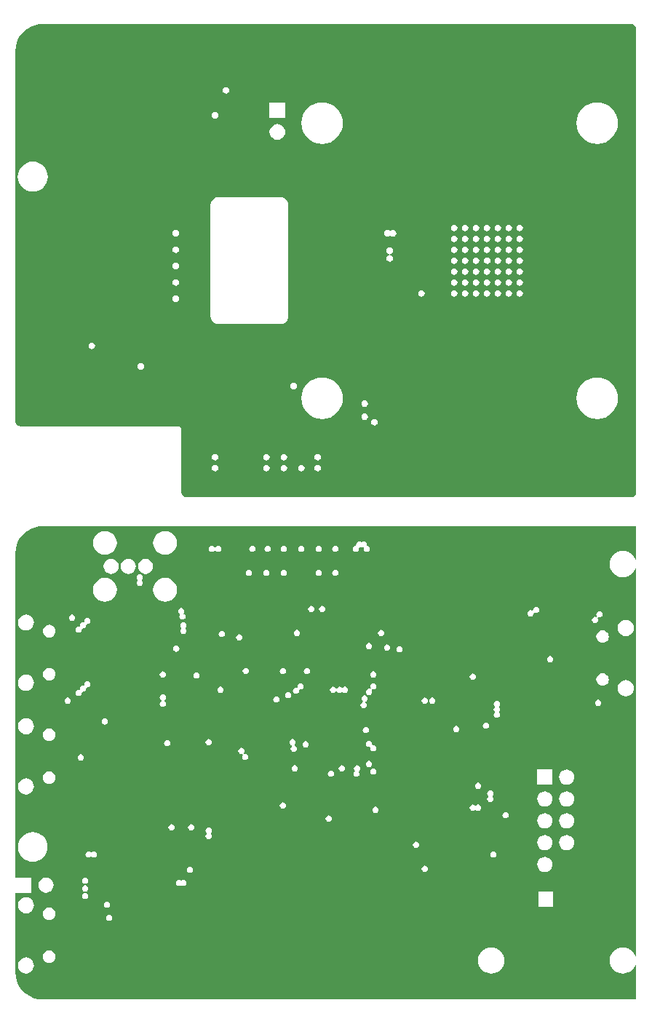
<source format=gbr>
%FSDAX24Y24*%
%MOIN*%
%SFA1B1*%

%IPPOS*%
%ADD66R,0.059100X0.059100*%
%ADD67C,0.059100*%
%ADD69C,0.110200*%
%ADD73C,0.018000*%
%ADD74C,0.027000*%
%ADD75C,0.075000*%
%ADD76C,0.150000*%
%LNarray-1*%
%LPD*%
G36*
X011400Y031842D02*
X038592D01*
Y030305*
X038542Y030297*
X038532Y030331*
X038476Y030436*
X038401Y030527*
X038309Y030602*
X038205Y030658*
X038091Y030692*
X037974Y030704*
X037856Y030692*
X037742Y030658*
X037638Y030602*
X037546Y030527*
X037471Y030436*
X037416Y030331*
X037381Y030218*
X037370Y030100*
X037381Y029982*
X037416Y029869*
X037471Y029764*
X037546Y029673*
X037638Y029598*
X037742Y029542*
X037856Y029508*
X037974Y029496*
X038091Y029508*
X038205Y029542*
X038309Y029598*
X038401Y029673*
X038476Y029764*
X038532Y029869*
X038542Y029903*
X038592Y029895*
Y012155*
X038542Y012147*
X038532Y012181*
X038476Y012286*
X038401Y012377*
X038309Y012452*
X038205Y012508*
X038091Y012542*
X037974Y012554*
X037856Y012542*
X037742Y012508*
X037638Y012452*
X037546Y012377*
X037471Y012286*
X037416Y012181*
X037381Y012068*
X037370Y011950*
X037381Y011832*
X037416Y011719*
X037471Y011614*
X037546Y011523*
X037638Y011448*
X037742Y011392*
X037856Y011358*
X037974Y011346*
X038091Y011358*
X038205Y011392*
X038309Y011448*
X038401Y011523*
X038476Y011614*
X038532Y011719*
X038542Y011753*
X038592Y011745*
Y010158*
X011400*
X011393Y010157*
X011205Y010171*
X011016Y010217*
X010835Y010292*
X010669Y010394*
X010520Y010520*
X010394Y010669*
X010292Y010835*
X010217Y011016*
X010171Y011205*
X010157Y011393*
X010158Y011400*
Y015047*
X010205Y015055*
X010208*
X010895*
Y015745*
X010208*
X010205*
X010158Y015753*
Y030600*
X010157Y030607*
X010171Y030795*
X010217Y030984*
X010292Y031165*
X010394Y031331*
X010520Y031480*
X010669Y031606*
X010835Y031708*
X011016Y031783*
X011205Y031829*
X011393Y031843*
X011400Y031842*
G37*
G36*
X017906Y033174D02*
X017827Y033227D01*
X017774Y033306*
X017757Y033393*
X017758Y033400*
Y036250*
X017746Y036310*
X017712Y036362*
X017660Y036396*
X017600Y036408*
X010400*
X010393Y036407*
X010306Y036424*
X010227Y036477*
X010174Y036556*
X010157Y036643*
X010158Y036650*
Y053600*
X010157Y053607*
X010171Y053795*
X010217Y053984*
X010292Y054165*
X010394Y054331*
X010520Y054480*
X010669Y054606*
X010835Y054708*
X011016Y054783*
X011205Y054829*
X011393Y054843*
X011400Y054842*
X038350*
X038357Y054843*
X038444Y054826*
X038523Y054773*
X038576Y054694*
X038585Y054647*
X038592Y054600*
Y054551*
Y033400*
X038593Y033393*
X038576Y033306*
X038523Y033227*
X038444Y033174*
X038357Y033157*
X038350Y033158*
X018000*
X017993Y033157*
X017906Y033174*
G37*
%LNarray-2*%
%LPC*%
G36*
X026550Y020743D02*
X026495Y020732D01*
X026449Y020701*
X026418Y020655*
X026407Y020600*
X026418Y020545*
X026449Y020499*
X026495Y020468*
X026550Y020457*
X026605Y020468*
X026651Y020499*
X026682Y020545*
X026693Y020600*
X026682Y020655*
X026651Y020701*
X026605Y020732*
X026550Y020743*
G37*
G36*
X024600Y020643D02*
X024545Y020632D01*
X024499Y020601*
X024468Y020555*
X024457Y020500*
X024468Y020445*
X024499Y020399*
X024545Y020368*
X024600Y020357*
X024655Y020368*
X024701Y020399*
X024732Y020445*
X024743Y020500*
X024732Y020555*
X024701Y020601*
X024655Y020632*
X024600Y020643*
G37*
G36*
X025800Y020893D02*
X025745Y020882D01*
X025699Y020851*
X025668Y020805*
X025657Y020750*
X025668Y020695*
X025688Y020666*
X025699Y020649*
X025677Y020603*
X025674Y020601*
X025643Y020555*
X025632Y020500*
X025643Y020445*
X025674Y020399*
X025720Y020368*
X025775Y020357*
X025829Y020368*
X025876Y020399*
X025907Y020445*
X025918Y020500*
X025907Y020555*
X025887Y020584*
X025876Y020601*
X025897Y020647*
X025901Y020649*
X025932Y020695*
X025943Y020750*
X025932Y020805*
X025901Y020851*
X025855Y020882*
X025800Y020893*
G37*
G36*
X026350Y021093D02*
X026295Y021082D01*
X026249Y021051*
X026218Y021005*
X026207Y020950*
X026218Y020895*
X026249Y020849*
X026295Y020818*
X026350Y020807*
X026405Y020818*
X026451Y020849*
X026482Y020895*
X026493Y020950*
X026482Y021005*
X026451Y021051*
X026405Y021082*
X026350Y021093*
G37*
G36*
X013150Y021393D02*
X013095Y021382D01*
X013049Y021351*
X013018Y021305*
X013007Y021250*
X013018Y021195*
X013049Y021149*
X013095Y021118*
X013150Y021107*
X013205Y021118*
X013251Y021149*
X013282Y021195*
X013293Y021250*
X013282Y021305*
X013251Y021351*
X013205Y021382*
X013150Y021393*
G37*
G36*
X022950Y020893D02*
X022895Y020882D01*
X022849Y020851*
X022818Y020805*
X022807Y020750*
X022818Y020695*
X022849Y020649*
X022895Y020618*
X022950Y020607*
X023005Y020618*
X023051Y020649*
X023082Y020695*
X023093Y020750*
X023082Y020805*
X023051Y020851*
X023005Y020882*
X022950Y020893*
G37*
G36*
X025100D02*
X025045Y020882D01*
X024999Y020851*
X024968Y020805*
X024957Y020750*
X024968Y020695*
X024999Y020649*
X025045Y020618*
X025100Y020607*
X025155Y020618*
X025201Y020649*
X025232Y020695*
X025243Y020750*
X025232Y020805*
X025201Y020851*
X025155Y020882*
X025100Y020893*
G37*
G36*
X031900Y019743D02*
X031845Y019732D01*
X031799Y019701*
X031768Y019655*
X031757Y019600*
X031768Y019545*
X031799Y019499*
Y019451*
X031768Y019405*
X031757Y019350*
X031768Y019295*
X031799Y019249*
X031845Y019218*
X031900Y019207*
X031955Y019218*
X032001Y019249*
X032032Y019295*
X032043Y019350*
X032032Y019405*
X032001Y019451*
Y019499*
X032032Y019545*
X032043Y019600*
X032032Y019655*
X032001Y019701*
X031955Y019732*
X031900Y019743*
G37*
G36*
X010637Y020290D02*
X010542Y020278D01*
X010453Y020241*
X010377Y020182*
X010318Y020106*
X010281Y020017*
X010269Y019922*
X010281Y019827*
X010318Y019738*
X010377Y019662*
X010453Y019603*
X010542Y019566*
X010637Y019554*
X010732Y019566*
X010821Y019603*
X010897Y019662*
X010956Y019738*
X010993Y019827*
X011005Y019922*
X010993Y020017*
X010956Y020106*
X010897Y020182*
X010821Y020241*
X010732Y020278*
X010637Y020290*
G37*
G36*
X035400Y019698D02*
X035310Y019686D01*
X035226Y019652*
X035154Y019596*
X035098Y019524*
X035064Y019440*
X035052Y019350*
X035064Y019260*
X035098Y019176*
X035154Y019104*
X035226Y019048*
X035310Y019014*
X035400Y019002*
X035490Y019014*
X035574Y019048*
X035646Y019104*
X035702Y019176*
X035736Y019260*
X035748Y019350*
X035736Y019440*
X035702Y019524*
X035646Y019596*
X035574Y019652*
X035490Y019686*
X035400Y019698*
G37*
G36*
X031350Y019093D02*
X031295Y019082D01*
X031249Y019051*
X031201*
X031155Y019082*
X031100Y019093*
X031045Y019082*
X030999Y019051*
X030968Y019005*
X030957Y018950*
X030968Y018895*
X030999Y018849*
X031045Y018818*
X031100Y018807*
X031155Y018818*
X031201Y018849*
X031249*
X031295Y018818*
X031350Y018807*
X031405Y018818*
X031451Y018849*
X031482Y018895*
X031493Y018950*
X031482Y019005*
X031451Y019051*
X031405Y019082*
X031350Y019093*
G37*
G36*
X034745Y020695D02*
X034055D01*
Y020005*
X034745*
Y020695*
G37*
G36*
X011700Y020604D02*
X011625Y020595D01*
X011556Y020566*
X011496Y020520*
X011450Y020460*
X011421Y020390*
X011411Y020316*
X011421Y020241*
X011450Y020171*
X011496Y020112*
X011556Y020066*
X011625Y020037*
X011700Y020027*
X011775Y020037*
X011844Y020066*
X011904Y020112*
X011950Y020171*
X011979Y020241*
X011989Y020316*
X011979Y020390*
X011950Y020460*
X011904Y020520*
X011844Y020566*
X011775Y020595*
X011700Y020604*
G37*
G36*
X031350Y020093D02*
X031295Y020082D01*
X031249Y020051*
X031218Y020005*
X031207Y019950*
X031218Y019895*
X031249Y019849*
X031295Y019818*
X031350Y019807*
X031405Y019818*
X031451Y019849*
X031482Y019895*
X031493Y019950*
X031482Y020005*
X031451Y020051*
X031405Y020082*
X031350Y020093*
G37*
G36*
X035400Y020698D02*
X035310Y020686D01*
X035226Y020652*
X035154Y020596*
X035098Y020524*
X035064Y020440*
X035052Y020350*
X035064Y020260*
X035098Y020176*
X035154Y020104*
X035226Y020048*
X035310Y020014*
X035400Y020002*
X035490Y020014*
X035574Y020048*
X035646Y020104*
X035702Y020176*
X035736Y020260*
X035748Y020350*
X035736Y020440*
X035702Y020524*
X035646Y020596*
X035574Y020652*
X035490Y020686*
X035400Y020698*
G37*
G36*
X020500Y021693D02*
X020445Y021682D01*
X020399Y021651*
X020368Y021605*
X020357Y021550*
X020368Y021495*
X020399Y021449*
X020445Y021418*
X020500Y021407*
X020545Y021416*
X020570Y021382*
X020571Y021380*
X020573Y021375*
X020543Y021330*
X020532Y021275*
X020543Y021221*
X020574Y021174*
X020620Y021143*
X020675Y021132*
X020729Y021143*
X020776Y021174*
X020807Y021221*
X020818Y021275*
X020807Y021330*
X020776Y021376*
X020729Y021407*
X020675Y021418*
X020630Y021409*
X020605Y021443*
X020604Y021445*
X020602Y021451*
X020632Y021495*
X020643Y021550*
X020632Y021605*
X020601Y021651*
X020555Y021682*
X020500Y021693*
G37*
G36*
X014250Y023042D02*
X014195Y023031D01*
X014149Y023000*
X014118Y022954*
X014107Y022899*
X014118Y022845*
X014149Y022798*
X014195Y022767*
X014250Y022756*
X014305Y022767*
X014351Y022798*
X014382Y022845*
X014393Y022899*
X014382Y022954*
X014351Y023000*
X014305Y023031*
X014250Y023042*
G37*
G36*
X031700Y022843D02*
X031645Y022832D01*
X031599Y022801*
X031568Y022755*
X031557Y022700*
X031568Y022645*
X031599Y022599*
X031645Y022568*
X031700Y022557*
X031755Y022568*
X031801Y022599*
X031832Y022645*
X031843Y022700*
X031832Y022755*
X031801Y022801*
X031755Y022832*
X031700Y022843*
G37*
G36*
X030350Y022693D02*
X030295Y022682D01*
X030249Y022651*
X030218Y022605*
X030207Y022550*
X030218Y022495*
X030249Y022449*
X030295Y022418*
X030350Y022407*
X030405Y022418*
X030451Y022449*
X030482Y022495*
X030493Y022550*
X030482Y022605*
X030451Y022651*
X030405Y022682*
X030350Y022693*
G37*
G36*
X032200Y023843D02*
X032145Y023832D01*
X032099Y023801*
X032068Y023755*
X032057Y023700*
X032068Y023645*
X032099Y023599*
Y023551*
X032068Y023505*
X032057Y023450*
X032068Y023395*
X032099Y023349*
Y023301*
X032068Y023255*
X032057Y023200*
X032068Y023145*
X032099Y023099*
X032145Y023068*
X032200Y023057*
X032255Y023068*
X032301Y023099*
X032332Y023145*
X032343Y023200*
X032332Y023255*
X032301Y023301*
Y023349*
X032332Y023395*
X032343Y023450*
X032332Y023505*
X032301Y023551*
Y023599*
X032332Y023645*
X032343Y023700*
X032332Y023755*
X032301Y023801*
X032255Y023832*
X032200Y023843*
G37*
G36*
X036850Y023893D02*
X036795Y023882D01*
X036749Y023851*
X036718Y023805*
X036707Y023750*
X036718Y023695*
X036749Y023649*
X036795Y023618*
X036850Y023607*
X036905Y023618*
X036951Y023649*
X036982Y023695*
X036993Y023750*
X036982Y023805*
X036951Y023851*
X036905Y023882*
X036850Y023893*
G37*
G36*
X016900Y024143D02*
X016845Y024132D01*
X016799Y024101*
X016768Y024055*
X016757Y024000*
X016768Y023945*
X016799Y023899*
X016831Y023878*
X016833Y023872*
Y023828*
X016831Y023822*
X016799Y023801*
X016768Y023755*
X016757Y023700*
X016768Y023645*
X016799Y023599*
X016845Y023568*
X016900Y023557*
X016955Y023568*
X017001Y023599*
X017032Y023645*
X017043Y023700*
X017032Y023755*
X017001Y023801*
X016969Y023822*
X016967Y023828*
Y023872*
X016969Y023878*
X017001Y023899*
X017032Y023945*
X017043Y024000*
X017032Y024055*
X017001Y024101*
X016955Y024132*
X016900Y024143*
G37*
G36*
X026150Y024093D02*
X026095Y024082D01*
X026049Y024051*
X026018Y024005*
X026007Y023950*
X026018Y023895*
X026049Y023849*
X026067Y023837*
X026056Y023784*
X026045Y023782*
X025999Y023751*
X025968Y023705*
X025957Y023650*
X025968Y023595*
X025999Y023549*
X026045Y023518*
X026100Y023507*
X026155Y023518*
X026201Y023549*
X026232Y023595*
X026243Y023650*
X026232Y023705*
X026201Y023751*
X026183Y023763*
X026194Y023816*
X026205Y023818*
X026251Y023849*
X026282Y023895*
X026293Y023950*
X026282Y024005*
X026251Y024051*
X026205Y024082*
X026150Y024093*
G37*
G36*
X026200Y022643D02*
X026145Y022632D01*
X026099Y022601*
X026068Y022555*
X026057Y022500*
X026068Y022445*
X026099Y022399*
X026145Y022368*
X026200Y022357*
X026255Y022368*
X026301Y022399*
X026332Y022445*
X026343Y022500*
X026332Y022555*
X026301Y022601*
X026255Y022632*
X026200Y022643*
G37*
G36*
X023450Y021993D02*
X023395Y021982D01*
X023349Y021951*
X023318Y021905*
X023307Y021850*
X023318Y021795*
X023349Y021749*
X023395Y021718*
X023450Y021707*
X023505Y021718*
X023551Y021749*
X023582Y021795*
X023593Y021850*
X023582Y021905*
X023551Y021951*
X023505Y021982*
X023450Y021993*
G37*
G36*
X026350Y022008D02*
X026295Y021998D01*
X026249Y021967*
X026218Y021920*
X026207Y021866*
X026218Y021811*
X026249Y021765*
X026295Y021734*
X026350Y021723*
X026368Y021727*
X026410Y021684*
X026407Y021669*
X026418Y021614*
X026449Y021568*
X026495Y021537*
X026550Y021526*
X026605Y021537*
X026651Y021568*
X026682Y021614*
X026693Y021669*
X026682Y021724*
X026651Y021770*
X026605Y021801*
X026550Y021812*
X026532Y021808*
X026490Y021851*
X026493Y021866*
X026482Y021920*
X026451Y021967*
X026405Y021998*
X026350Y022008*
G37*
G36*
X022850Y022093D02*
X022795Y022082D01*
X022749Y022051*
X022718Y022005*
X022707Y021950*
X022718Y021895*
X022749Y021849*
X022795Y021818*
X022806Y021816*
X022817Y021763*
X022799Y021751*
X022768Y021705*
X022757Y021650*
X022768Y021595*
X022799Y021549*
X022845Y021518*
X022900Y021507*
X022955Y021518*
X023001Y021549*
X023032Y021595*
X023043Y021650*
X023032Y021705*
X023001Y021751*
X022955Y021782*
X022944Y021784*
X022933Y021837*
X022951Y021849*
X022982Y021895*
X022993Y021950*
X022982Y022005*
X022951Y022051*
X022905Y022082*
X022850Y022093*
G37*
G36*
X017100Y022043D02*
X017045Y022032D01*
X016999Y022001*
X016968Y021955*
X016957Y021900*
X016968Y021845*
X016999Y021799*
X017045Y021768*
X017100Y021757*
X017155Y021768*
X017201Y021799*
X017232Y021845*
X017243Y021900*
X017232Y021955*
X017201Y022001*
X017155Y022032*
X017100Y022043*
G37*
G36*
X010637Y023046D02*
X010542Y023034D01*
X010453Y022997*
X010377Y022938*
X010318Y022862*
X010281Y022773*
X010269Y022678*
X010281Y022583*
X010318Y022494*
X010377Y022418*
X010453Y022359*
X010542Y022322*
X010637Y022310*
X010732Y022322*
X010821Y022359*
X010897Y022418*
X010956Y022494*
X010993Y022583*
X011005Y022678*
X010993Y022773*
X010956Y022862*
X010897Y022938*
X010821Y022997*
X010732Y023034*
X010637Y023046*
G37*
G36*
X011700Y022573D02*
X011625Y022563D01*
X011556Y022534*
X011496Y022488*
X011450Y022429*
X011421Y022359*
X011411Y022284*
X011421Y022210*
X011450Y022140*
X011496Y022080*
X011556Y022034*
X011625Y022005*
X011700Y021996*
X011775Y022005*
X011844Y022034*
X011904Y022080*
X011950Y022140*
X011979Y022210*
X011989Y022284*
X011979Y022359*
X011950Y022429*
X011904Y022488*
X011844Y022534*
X011775Y022563*
X011700Y022573*
G37*
G36*
X019000Y022093D02*
X018945Y022082D01*
X018899Y022051*
X018868Y022005*
X018857Y021950*
X018868Y021895*
X018899Y021849*
X018945Y021818*
X019000Y021807*
X019055Y021818*
X019101Y021849*
X019132Y021895*
X019143Y021950*
X019132Y022005*
X019101Y022051*
X019055Y022082*
X019000Y022093*
G37*
G36*
X034400Y019698D02*
X034310Y019686D01*
X034226Y019652*
X034154Y019596*
X034098Y019524*
X034064Y019440*
X034052Y019350*
X034064Y019260*
X034098Y019176*
X034154Y019104*
X034226Y019048*
X034310Y019014*
X034400Y019002*
X034490Y019014*
X034574Y019048*
X034646Y019104*
X034702Y019176*
X034736Y019260*
X034748Y019350*
X034736Y019440*
X034702Y019524*
X034646Y019596*
X034574Y019652*
X034490Y019686*
X034400Y019698*
G37*
G36*
X013350Y015393D02*
X013295Y015382D01*
X013249Y015351*
X013218Y015305*
X013207Y015250*
X013218Y015195*
X013249Y015149*
X013295Y015118*
X013350Y015107*
X013405Y015118*
X013451Y015149*
X013482Y015195*
X013493Y015250*
X013482Y015305*
X013451Y015351*
X013405Y015382*
X013350Y015393*
G37*
G36*
X011550Y015748D02*
X011460Y015736D01*
X011376Y015702*
X011304Y015646*
X011248Y015574*
X011214Y015490*
X011202Y015400*
X011214Y015310*
X011248Y015226*
X011304Y015154*
X011376Y015098*
X011460Y015064*
X011550Y015052*
X011640Y015064*
X011724Y015098*
X011796Y015154*
X011852Y015226*
X011886Y015310*
X011898Y015400*
X011886Y015490*
X011852Y015574*
X011796Y015646*
X011724Y015702*
X011640Y015736*
X011550Y015748*
G37*
G36*
X013350Y015043D02*
X013295Y015032D01*
X013249Y015001*
X013218Y014955*
X013207Y014900*
X013218Y014845*
X013249Y014799*
X013295Y014768*
X013350Y014757*
X013405Y014768*
X013451Y014799*
X013482Y014845*
X013493Y014900*
X013482Y014955*
X013451Y015001*
X013405Y015032*
X013350Y015043*
G37*
G36*
Y015743D02*
X013295Y015732D01*
X013249Y015701*
X013218Y015655*
X013207Y015600*
X013218Y015545*
X013249Y015499*
X013295Y015468*
X013350Y015457*
X013405Y015468*
X013451Y015499*
X013482Y015545*
X013493Y015600*
X013482Y015655*
X013451Y015701*
X013405Y015732*
X013350Y015743*
G37*
G36*
X034400Y016698D02*
X034310Y016686D01*
X034226Y016652*
X034154Y016596*
X034098Y016524*
X034064Y016440*
X034052Y016350*
X034064Y016260*
X034098Y016176*
X034154Y016104*
X034226Y016048*
X034310Y016014*
X034400Y016002*
X034490Y016014*
X034574Y016048*
X034646Y016104*
X034702Y016176*
X034736Y016260*
X034748Y016350*
X034736Y016440*
X034702Y016524*
X034646Y016596*
X034574Y016652*
X034490Y016686*
X034400Y016698*
G37*
G36*
X018150Y016243D02*
X018095Y016232D01*
X018049Y016201*
X018018Y016155*
X018007Y016100*
X018018Y016045*
X018049Y015999*
X018095Y015968*
X018150Y015957*
X018205Y015968*
X018251Y015999*
X018282Y016045*
X018293Y016100*
X018282Y016155*
X018251Y016201*
X018205Y016232*
X018150Y016243*
G37*
G36*
X017850Y015643D02*
X017795Y015632D01*
X017750Y015602*
X017705Y015632*
X017650Y015643*
X017595Y015632*
X017549Y015601*
X017518Y015555*
X017507Y015500*
X017518Y015445*
X017549Y015399*
X017595Y015368*
X017650Y015357*
X017705Y015368*
X017750Y015398*
X017795Y015368*
X017850Y015357*
X017905Y015368*
X017951Y015399*
X017982Y015445*
X017993Y015500*
X017982Y015555*
X017951Y015601*
X017905Y015632*
X017850Y015643*
G37*
G36*
X034795Y015095D02*
X034105D01*
Y014405*
X034795*
Y015095*
G37*
G36*
X011700Y012404D02*
X011625Y012395D01*
X011556Y012366*
X011496Y012320*
X011450Y012260*
X011421Y012190*
X011411Y012116*
X011421Y012041*
X011450Y011971*
X011496Y011912*
X011556Y011866*
X011625Y011837*
X011700Y011827*
X011775Y011837*
X011844Y011866*
X011904Y011912*
X011950Y011971*
X011979Y012041*
X011989Y012116*
X011979Y012190*
X011950Y012260*
X011904Y012320*
X011844Y012366*
X011775Y012395*
X011700Y012404*
G37*
G36*
X010637Y012090D02*
X010542Y012078D01*
X010453Y012041*
X010377Y011982*
X010318Y011906*
X010281Y011817*
X010269Y011722*
X010281Y011627*
X010318Y011538*
X010377Y011462*
X010453Y011403*
X010542Y011366*
X010637Y011354*
X010732Y011366*
X010821Y011403*
X010897Y011462*
X010956Y011538*
X010993Y011627*
X011005Y011722*
X010993Y011817*
X010956Y011906*
X010897Y011982*
X010821Y012041*
X010732Y012078*
X010637Y012090*
G37*
G36*
X031950Y012554D02*
X031832Y012542D01*
X031719Y012508*
X031614Y012452*
X031523Y012377*
X031448Y012286*
X031392Y012181*
X031358Y012068*
X031346Y011950*
X031358Y011832*
X031392Y011719*
X031448Y011614*
X031523Y011523*
X031614Y011448*
X031719Y011392*
X031832Y011358*
X031950Y011346*
X032068Y011358*
X032181Y011392*
X032286Y011448*
X032377Y011523*
X032452Y011614*
X032508Y011719*
X032542Y011832*
X032554Y011950*
X032542Y012068*
X032508Y012181*
X032452Y012286*
X032377Y012377*
X032286Y012452*
X032181Y012508*
X032068Y012542*
X031950Y012554*
G37*
G36*
X014450Y014043D02*
X014395Y014032D01*
X014349Y014001*
X014318Y013955*
X014307Y013900*
X014318Y013845*
X014349Y013799*
X014395Y013768*
X014450Y013757*
X014505Y013768*
X014551Y013799*
X014582Y013845*
X014593Y013900*
X014582Y013955*
X014551Y014001*
X014505Y014032*
X014450Y014043*
G37*
G36*
X014350Y014643D02*
X014295Y014632D01*
X014249Y014601*
X014218Y014555*
X014207Y014500*
X014218Y014445*
X014249Y014399*
X014295Y014368*
X014350Y014357*
X014405Y014368*
X014451Y014399*
X014482Y014445*
X014493Y014500*
X014482Y014555*
X014451Y014601*
X014405Y014632*
X014350Y014643*
G37*
G36*
X010637Y014846D02*
X010542Y014834D01*
X010453Y014797*
X010377Y014738*
X010318Y014662*
X010281Y014573*
X010269Y014478*
X010281Y014383*
X010318Y014294*
X010377Y014218*
X010453Y014159*
X010542Y014122*
X010637Y014110*
X010732Y014122*
X010821Y014159*
X010897Y014218*
X010956Y014294*
X010993Y014383*
X011005Y014478*
X010993Y014573*
X010956Y014662*
X010897Y014738*
X010821Y014797*
X010732Y014834*
X010637Y014846*
G37*
G36*
X011700Y014373D02*
X011625Y014363D01*
X011556Y014334*
X011496Y014288*
X011450Y014229*
X011421Y014159*
X011411Y014084*
X011421Y014010*
X011450Y013940*
X011496Y013880*
X011556Y013834*
X011625Y013805*
X011700Y013796*
X011775Y013805*
X011844Y013834*
X011904Y013880*
X011950Y013940*
X011979Y014010*
X011989Y014084*
X011979Y014159*
X011950Y014229*
X011904Y014288*
X011844Y014334*
X011775Y014363*
X011700Y014373*
G37*
G36*
X028900Y016293D02*
X028845Y016282D01*
X028799Y016251*
X028768Y016205*
X028757Y016150*
X028768Y016095*
X028799Y016049*
X028845Y016018*
X028900Y016007*
X028955Y016018*
X029001Y016049*
X029032Y016095*
X029043Y016150*
X029032Y016205*
X029001Y016251*
X028955Y016282*
X028900Y016293*
G37*
G36*
X035400Y018698D02*
X035310Y018686D01*
X035226Y018652*
X035154Y018596*
X035098Y018524*
X035064Y018440*
X035052Y018350*
X035064Y018260*
X035098Y018176*
X035154Y018104*
X035226Y018048*
X035310Y018014*
X035400Y018002*
X035490Y018014*
X035574Y018048*
X035646Y018104*
X035702Y018176*
X035736Y018260*
X035748Y018350*
X035736Y018440*
X035702Y018524*
X035646Y018596*
X035574Y018652*
X035490Y018686*
X035400Y018698*
G37*
G36*
X034400D02*
X034310Y018686D01*
X034226Y018652*
X034154Y018596*
X034098Y018524*
X034064Y018440*
X034052Y018350*
X034064Y018260*
X034098Y018176*
X034154Y018104*
X034226Y018048*
X034310Y018014*
X034400Y018002*
X034490Y018014*
X034574Y018048*
X034646Y018104*
X034702Y018176*
X034736Y018260*
X034748Y018350*
X034736Y018440*
X034702Y018524*
X034646Y018596*
X034574Y018652*
X034490Y018686*
X034400Y018698*
G37*
G36*
X018200Y018193D02*
X018145Y018182D01*
X018099Y018151*
X018068Y018105*
X018057Y018050*
X018068Y017995*
X018099Y017949*
X018145Y017918*
X018200Y017907*
X018255Y017918*
X018301Y017949*
X018332Y017995*
X018343Y018050*
X018332Y018105*
X018301Y018151*
X018255Y018182*
X018200Y018193*
G37*
G36*
X024500Y018593D02*
X024445Y018582D01*
X024399Y018551*
X024368Y018505*
X024357Y018450*
X024368Y018395*
X024399Y018349*
X024445Y018318*
X024500Y018307*
X024555Y018318*
X024601Y018349*
X024632Y018395*
X024643Y018450*
X024632Y018505*
X024601Y018551*
X024555Y018582*
X024500Y018593*
G37*
G36*
X022400Y019193D02*
X022345Y019182D01*
X022299Y019151*
X022268Y019105*
X022257Y019050*
X022268Y018995*
X022299Y018949*
X022345Y018918*
X022400Y018907*
X022455Y018918*
X022501Y018949*
X022532Y018995*
X022543Y019050*
X022532Y019105*
X022501Y019151*
X022455Y019182*
X022400Y019193*
G37*
G36*
X026650Y018993D02*
X026595Y018982D01*
X026549Y018951*
X026518Y018905*
X026507Y018850*
X026518Y018795*
X026549Y018749*
X026595Y018718*
X026650Y018707*
X026705Y018718*
X026751Y018749*
X026782Y018795*
X026793Y018850*
X026782Y018905*
X026751Y018951*
X026705Y018982*
X026650Y018993*
G37*
G36*
X032600Y018743D02*
X032545Y018732D01*
X032499Y018701*
X032468Y018655*
X032457Y018600*
X032468Y018545*
X032499Y018499*
X032545Y018468*
X032600Y018457*
X032655Y018468*
X032701Y018499*
X032732Y018545*
X032743Y018600*
X032732Y018655*
X032701Y018701*
X032655Y018732*
X032600Y018743*
G37*
G36*
X017300Y018193D02*
X017245Y018182D01*
X017199Y018151*
X017168Y018105*
X017157Y018050*
X017168Y017995*
X017199Y017949*
X017245Y017918*
X017300Y017907*
X017355Y017918*
X017401Y017949*
X017432Y017995*
X017443Y018050*
X017432Y018105*
X017401Y018151*
X017355Y018182*
X017300Y018193*
G37*
G36*
X013750Y016943D02*
X013695Y016932D01*
X013649Y016901*
X013601*
X013555Y016932*
X013500Y016943*
X013445Y016932*
X013399Y016901*
X013368Y016855*
X013357Y016800*
X013368Y016745*
X013399Y016699*
X013445Y016668*
X013500Y016657*
X013555Y016668*
X013601Y016699*
X013649*
X013695Y016668*
X013750Y016657*
X013805Y016668*
X013851Y016699*
X013882Y016745*
X013893Y016800*
X013882Y016855*
X013851Y016901*
X013805Y016932*
X013750Y016943*
G37*
G36*
X032050D02*
X031995Y016932D01*
X031949Y016901*
X031918Y016855*
X031907Y016800*
X031918Y016745*
X031949Y016699*
X031995Y016668*
X032050Y016657*
X032105Y016668*
X032151Y016699*
X032182Y016745*
X032193Y016800*
X032182Y016855*
X032151Y016901*
X032105Y016932*
X032050Y016943*
G37*
G36*
X010950Y017828D02*
X010818Y017815D01*
X010690Y017777*
X010573Y017714*
X010470Y017630*
X010386Y017527*
X010323Y017410*
X010285Y017282*
X010272Y017150*
X010285Y017018*
X010323Y016890*
X010386Y016773*
X010470Y016670*
X010573Y016586*
X010690Y016523*
X010818Y016485*
X010950Y016472*
X011082Y016485*
X011210Y016523*
X011327Y016586*
X011430Y016670*
X011514Y016773*
X011577Y016890*
X011615Y017018*
X011628Y017150*
X011615Y017282*
X011577Y017410*
X011514Y017527*
X011430Y017630*
X011327Y017714*
X011210Y017777*
X011082Y017815*
X010950Y017828*
G37*
G36*
X034400Y017698D02*
X034310Y017686D01*
X034226Y017652*
X034154Y017596*
X034098Y017524*
X034064Y017440*
X034052Y017350*
X034064Y017260*
X034098Y017176*
X034154Y017104*
X034226Y017048*
X034310Y017014*
X034400Y017002*
X034490Y017014*
X034574Y017048*
X034646Y017104*
X034702Y017176*
X034736Y017260*
X034748Y017350*
X034736Y017440*
X034702Y017524*
X034646Y017596*
X034574Y017652*
X034490Y017686*
X034400Y017698*
G37*
G36*
X019000Y018043D02*
X018945Y018032D01*
X018899Y018001*
X018868Y017955*
X018857Y017900*
X018868Y017845*
X018899Y017799*
Y017751*
X018868Y017705*
X018857Y017650*
X018868Y017595*
X018899Y017549*
X018945Y017518*
X019000Y017507*
X019055Y017518*
X019101Y017549*
X019132Y017595*
X019143Y017650*
X019132Y017705*
X019101Y017751*
Y017799*
X019132Y017845*
X019143Y017900*
X019132Y017955*
X019101Y018001*
X019055Y018032*
X019000Y018043*
G37*
G36*
X028500Y017393D02*
X028445Y017382D01*
X028399Y017351*
X028368Y017305*
X028357Y017250*
X028368Y017195*
X028399Y017149*
X028445Y017118*
X028500Y017107*
X028555Y017118*
X028601Y017149*
X028632Y017195*
X028643Y017250*
X028632Y017305*
X028601Y017351*
X028555Y017382*
X028500Y017393*
G37*
G36*
X035400Y017698D02*
X035310Y017686D01*
X035226Y017652*
X035154Y017596*
X035098Y017524*
X035064Y017440*
X035052Y017350*
X035064Y017260*
X035098Y017176*
X035154Y017104*
X035226Y017048*
X035310Y017014*
X035400Y017002*
X035490Y017014*
X035574Y017048*
X035646Y017104*
X035702Y017176*
X035736Y017260*
X035748Y017350*
X035736Y017440*
X035702Y017524*
X035646Y017596*
X035574Y017652*
X035490Y017686*
X035400Y017698*
G37*
G36*
X014250Y029476D02*
X014108Y029457D01*
X013977Y029403*
X013863Y029316*
X013776Y029203*
X013722Y029071*
X013703Y028929*
X013722Y028788*
X013776Y028656*
X013863Y028542*
X013977Y028456*
X014108Y028401*
X014250Y028382*
X014392Y028401*
X014523Y028456*
X014637Y028542*
X014724Y028656*
X014778Y028788*
X014797Y028929*
X014778Y029071*
X014724Y029203*
X014637Y029316*
X014523Y029403*
X014392Y029457*
X014250Y029476*
G37*
G36*
X034000Y028143D02*
X033945Y028132D01*
X033899Y028101*
X033868Y028055*
X033858Y028006*
X033836Y027990*
X033811Y027978*
X033805Y027982*
X033750Y027993*
X033695Y027982*
X033649Y027951*
X033618Y027905*
X033607Y027850*
X033618Y027795*
X033649Y027749*
X033695Y027718*
X033750Y027707*
X033805Y027718*
X033851Y027749*
X033882Y027795*
X033892Y027844*
X033914Y027860*
X033939Y027872*
X033945Y027868*
X034000Y027857*
X034055Y027868*
X034101Y027899*
X034132Y027945*
X034143Y028000*
X034132Y028055*
X034101Y028101*
X034055Y028132*
X034000Y028143*
G37*
G36*
X024200Y028193D02*
X024145Y028182D01*
X024099Y028151*
X024068Y028105*
X024057Y028050*
X024068Y027995*
X024099Y027949*
X024145Y027918*
X024200Y027907*
X024255Y027918*
X024301Y027949*
X024332Y027995*
X024343Y028050*
X024332Y028105*
X024301Y028151*
X024255Y028182*
X024200Y028193*
G37*
G36*
X017006Y029476D02*
X016864Y029457D01*
X016732Y029403*
X016619Y029316*
X016532Y029203*
X016478Y029071*
X016459Y028929*
X016478Y028788*
X016532Y028656*
X016619Y028542*
X016732Y028456*
X016864Y028401*
X017006Y028382*
X017147Y028401*
X017279Y028456*
X017393Y028542*
X017479Y028656*
X017534Y028788*
X017553Y028929*
X017534Y029071*
X017479Y029203*
X017393Y029316*
X017279Y029403*
X017147Y029457*
X017006Y029476*
G37*
G36*
X021650Y029843D02*
X021595Y029832D01*
X021549Y029801*
X021518Y029755*
X021507Y029700*
X021518Y029645*
X021549Y029599*
X021595Y029568*
X021650Y029557*
X021705Y029568*
X021751Y029599*
X021782Y029645*
X021793Y029700*
X021782Y029755*
X021751Y029801*
X021705Y029832*
X021650Y029843*
G37*
G36*
X020850D02*
X020795Y029832D01*
X020749Y029801*
X020718Y029755*
X020707Y029700*
X020718Y029645*
X020749Y029599*
X020795Y029568*
X020850Y029557*
X020905Y029568*
X020951Y029599*
X020982Y029645*
X020993Y029700*
X020982Y029755*
X020951Y029801*
X020905Y029832*
X020850Y029843*
G37*
G36*
X015850Y029643D02*
X015795Y029632D01*
X015749Y029601*
X015718Y029555*
X015707Y029500*
X015718Y029445*
X015749Y029399*
Y029351*
X015718Y029305*
X015707Y029250*
X015718Y029195*
X015749Y029149*
X015795Y029118*
X015850Y029107*
X015905Y029118*
X015951Y029149*
X015982Y029195*
X015993Y029250*
X015982Y029305*
X015951Y029351*
Y029399*
X015982Y029445*
X015993Y029500*
X015982Y029555*
X015951Y029601*
X015905Y029632*
X015850Y029643*
G37*
G36*
X023700Y028193D02*
X023645Y028182D01*
X023599Y028151*
X023568Y028105*
X023557Y028050*
X023568Y027995*
X023599Y027949*
X023645Y027918*
X023700Y027907*
X023755Y027918*
X023801Y027949*
X023832Y027995*
X023843Y028050*
X023832Y028105*
X023801Y028151*
X023755Y028182*
X023700Y028193*
G37*
G36*
X010637Y027796D02*
X010542Y027784D01*
X010453Y027747*
X010377Y027688*
X010318Y027612*
X010281Y027523*
X010269Y027428*
X010281Y027333*
X010318Y027244*
X010377Y027168*
X010453Y027109*
X010542Y027072*
X010637Y027060*
X010732Y027072*
X010821Y027109*
X010897Y027168*
X010956Y027244*
X010993Y027333*
X011005Y027428*
X010993Y027523*
X010956Y027612*
X010897Y027688*
X010821Y027747*
X010732Y027784*
X010637Y027796*
G37*
G36*
X017850Y027443D02*
X017795Y027432D01*
X017749Y027401*
X017718Y027355*
X017707Y027300*
X017718Y027245*
X017749Y027199*
Y027151*
X017718Y027105*
X017707Y027050*
X017718Y026995*
X017749Y026949*
X017795Y026918*
X017850Y026907*
X017905Y026918*
X017951Y026949*
X017982Y026995*
X017993Y027050*
X017982Y027105*
X017951Y027151*
Y027199*
X017982Y027245*
X017993Y027300*
X017982Y027355*
X017951Y027401*
X017905Y027432*
X017850Y027443*
G37*
G36*
X038113Y027546D02*
X038018Y027534D01*
X037929Y027497*
X037853Y027438*
X037794Y027362*
X037757Y027273*
X037745Y027178*
X037757Y027083*
X037794Y026994*
X037853Y026918*
X037929Y026859*
X038018Y026822*
X038113Y026810*
X038208Y026822*
X038297Y026859*
X038373Y026918*
X038432Y026994*
X038469Y027083*
X038481Y027178*
X038469Y027273*
X038432Y027362*
X038373Y027438*
X038297Y027497*
X038208Y027534*
X038113Y027546*
G37*
G36*
X013450Y027643D02*
X013395Y027632D01*
X013349Y027601*
X013318Y027555*
X013307Y027500*
X013311Y027482*
X013268Y027439*
X013250Y027443*
X013195Y027432*
X013149Y027401*
X013118Y027355*
X013107Y027300*
X013111Y027282*
X013068Y027239*
X013050Y027243*
X012995Y027232*
X012949Y027201*
X012918Y027155*
X012907Y027100*
X012918Y027045*
X012949Y026999*
X012995Y026968*
X013050Y026957*
X013105Y026968*
X013151Y026999*
X013182Y027045*
X013193Y027100*
X013189Y027118*
X013232Y027161*
X013250Y027157*
X013305Y027168*
X013351Y027199*
X013382Y027245*
X013393Y027300*
X013389Y027318*
X013432Y027361*
X013450Y027357*
X013505Y027368*
X013551Y027399*
X013582Y027445*
X013593Y027500*
X013582Y027555*
X013551Y027601*
X013505Y027632*
X013450Y027643*
G37*
G36*
X036900Y027943D02*
X036845Y027932D01*
X036799Y027901*
X036768Y027855*
X036757Y027800*
X036768Y027745*
X036783Y027723*
X036763Y027693*
X036750Y027683*
X036700Y027693*
X036645Y027682*
X036599Y027651*
X036568Y027605*
X036557Y027550*
X036568Y027495*
X036599Y027449*
X036645Y027418*
X036700Y027407*
X036755Y027418*
X036801Y027449*
X036832Y027495*
X036843Y027550*
X036832Y027605*
X036817Y027627*
X036837Y027657*
X036850Y027667*
X036900Y027657*
X036955Y027668*
X037001Y027699*
X037032Y027745*
X037043Y027800*
X037032Y027855*
X037001Y027901*
X036955Y027932*
X036900Y027943*
G37*
G36*
X017750Y028093D02*
X017695Y028082D01*
X017649Y028051*
X017618Y028005*
X017607Y027950*
X017618Y027895*
X017649Y027849*
X017667Y027837*
X017692Y027809*
X017680Y027773*
X017668Y027755*
X017657Y027700*
X017668Y027645*
X017699Y027599*
X017745Y027568*
X017800Y027557*
X017855Y027568*
X017901Y027599*
X017932Y027645*
X017943Y027700*
X017932Y027755*
X017901Y027801*
X017883Y027813*
X017858Y027841*
X017870Y027877*
X017882Y027895*
X017893Y027950*
X017882Y028005*
X017851Y028051*
X017805Y028082*
X017750Y028093*
G37*
G36*
X012750Y027793D02*
X012695Y027782D01*
X012649Y027751*
X012618Y027705*
X012607Y027650*
X012618Y027595*
X012649Y027549*
X012695Y027518*
X012750Y027507*
X012805Y027518*
X012851Y027549*
X012882Y027595*
X012893Y027650*
X012882Y027705*
X012851Y027751*
X012805Y027782*
X012750Y027793*
G37*
G36*
X022450Y029843D02*
X022395Y029832D01*
X022349Y029801*
X022318Y029755*
X022307Y029700*
X022318Y029645*
X022349Y029599*
X022395Y029568*
X022450Y029557*
X022505Y029568*
X022551Y029599*
X022582Y029645*
X022593Y029700*
X022582Y029755*
X022551Y029801*
X022505Y029832*
X022450Y029843*
G37*
G36*
X023250Y030943D02*
X023195Y030932D01*
X023149Y030901*
X023118Y030855*
X023107Y030800*
X023118Y030745*
X023149Y030699*
X023195Y030668*
X023250Y030657*
X023305Y030668*
X023351Y030699*
X023382Y030745*
X023393Y030800*
X023382Y030855*
X023351Y030901*
X023305Y030932*
X023250Y030943*
G37*
G36*
X022450D02*
X022395Y030932D01*
X022349Y030901*
X022318Y030855*
X022307Y030800*
X022318Y030745*
X022349Y030699*
X022395Y030668*
X022450Y030657*
X022505Y030668*
X022551Y030699*
X022582Y030745*
X022593Y030800*
X022582Y030855*
X022551Y030901*
X022505Y030932*
X022450Y030943*
G37*
G36*
X021700D02*
X021645Y030932D01*
X021599Y030901*
X021568Y030855*
X021557Y030800*
X021568Y030745*
X021599Y030699*
X021645Y030668*
X021700Y030657*
X021755Y030668*
X021801Y030699*
X021832Y030745*
X021843Y030800*
X021832Y030855*
X021801Y030901*
X021755Y030932*
X021700Y030943*
G37*
G36*
X024050D02*
X023995Y030932D01*
X023949Y030901*
X023918Y030855*
X023907Y030800*
X023918Y030745*
X023949Y030699*
X023995Y030668*
X024050Y030657*
X024105Y030668*
X024151Y030699*
X024182Y030745*
X024193Y030800*
X024182Y030855*
X024151Y030901*
X024105Y030932*
X024050Y030943*
G37*
G36*
X026100Y031143D02*
X026045Y031132D01*
X026000Y031102*
X025955Y031132*
X025900Y031143*
X025845Y031132*
X025799Y031101*
X025768Y031055*
X025757Y031000*
X025759Y030992*
X025750Y030943*
X025695Y030932*
X025649Y030901*
X025618Y030855*
X025607Y030800*
X025618Y030745*
X025649Y030699*
X025695Y030668*
X025750Y030657*
X025805Y030668*
X025851Y030699*
X025882Y030745*
X025893Y030800*
X025891Y030808*
X025900Y030857*
X025955Y030868*
X026000Y030898*
X026045Y030868*
X026100Y030857*
X026109Y030808*
X026107Y030800*
X026118Y030745*
X026149Y030699*
X026195Y030668*
X026250Y030657*
X026305Y030668*
X026351Y030699*
X026382Y030745*
X026393Y030800*
X026382Y030855*
X026351Y030901*
X026305Y030932*
X026250Y030943*
X026241Y030992*
X026243Y031000*
X026232Y031055*
X026201Y031101*
X026155Y031132*
X026100Y031143*
G37*
G36*
X019450Y030943D02*
X019395Y030932D01*
X019349Y030901*
X019328Y030869*
X019322Y030867*
X019278*
X019272Y030869*
X019251Y030901*
X019205Y030932*
X019150Y030943*
X019095Y030932*
X019049Y030901*
X019018Y030855*
X019007Y030800*
X019018Y030745*
X019049Y030699*
X019095Y030668*
X019150Y030657*
X019205Y030668*
X019251Y030699*
X019272Y030731*
X019278Y030733*
X019322*
X019328Y030731*
X019349Y030699*
X019395Y030668*
X019450Y030657*
X019505Y030668*
X019551Y030699*
X019582Y030745*
X019593Y030800*
X019582Y030855*
X019551Y030901*
X019505Y030932*
X019450Y030943*
G37*
G36*
X024800D02*
X024745Y030932D01*
X024699Y030901*
X024668Y030855*
X024657Y030800*
X024668Y030745*
X024699Y030699*
X024745Y030668*
X024800Y030657*
X024855Y030668*
X024901Y030699*
X024932Y030745*
X024943Y030800*
X024932Y030855*
X024901Y030901*
X024855Y030932*
X024800Y030943*
G37*
G36*
X021000D02*
X020945Y030932D01*
X020899Y030901*
X020868Y030855*
X020857Y030800*
X020868Y030745*
X020899Y030699*
X020945Y030668*
X021000Y030657*
X021055Y030668*
X021101Y030699*
X021132Y030745*
X021143Y030800*
X021132Y030855*
X021101Y030901*
X021055Y030932*
X021000Y030943*
G37*
G36*
X014537Y030348D02*
X014447Y030336D01*
X014363Y030302*
X014291Y030246*
X014236Y030174*
X014201Y030090*
X014189Y030000*
X014201Y029910*
X014236Y029826*
X014291Y029754*
X014363Y029698*
X014447Y029664*
X014537Y029652*
X014628Y029664*
X014712Y029698*
X014784Y029754*
X014839Y029826*
X014874Y029910*
X014886Y030000*
X014874Y030090*
X014839Y030174*
X014784Y030246*
X014712Y030302*
X014628Y030336*
X014537Y030348*
G37*
G36*
X024800Y029843D02*
X024745Y029832D01*
X024699Y029801*
X024668Y029755*
X024657Y029700*
X024668Y029645*
X024699Y029599*
X024745Y029568*
X024800Y029557*
X024855Y029568*
X024901Y029599*
X024932Y029645*
X024943Y029700*
X024932Y029755*
X024901Y029801*
X024855Y029832*
X024800Y029843*
G37*
G36*
X024050D02*
X023995Y029832D01*
X023949Y029801*
X023918Y029755*
X023907Y029700*
X023918Y029645*
X023949Y029599*
X023995Y029568*
X024050Y029557*
X024105Y029568*
X024151Y029599*
X024182Y029645*
X024193Y029700*
X024182Y029755*
X024151Y029801*
X024105Y029832*
X024050Y029843*
G37*
G36*
X015325Y030348D02*
X015235Y030336D01*
X015151Y030302*
X015079Y030246*
X015023Y030174*
X014988Y030090*
X014977Y030000*
X014988Y029910*
X015023Y029826*
X015079Y029754*
X015151Y029698*
X015235Y029664*
X015325Y029652*
X015415Y029664*
X015499Y029698*
X015571Y029754*
X015626Y029826*
X015661Y029910*
X015673Y030000*
X015661Y030090*
X015626Y030174*
X015571Y030246*
X015499Y030302*
X015415Y030336*
X015325Y030348*
G37*
G36*
X017006Y031618D02*
X016864Y031599D01*
X016732Y031544*
X016619Y031458*
X016532Y031344*
X016478Y031212*
X016459Y031071*
X016478Y030929*
X016532Y030797*
X016619Y030684*
X016732Y030597*
X016864Y030543*
X017006Y030524*
X017147Y030543*
X017279Y030597*
X017393Y030684*
X017479Y030797*
X017534Y030929*
X017553Y031071*
X017534Y031212*
X017479Y031344*
X017393Y031458*
X017279Y031544*
X017147Y031599*
X017006Y031618*
G37*
G36*
X014250D02*
X014108Y031599D01*
X013977Y031544*
X013863Y031458*
X013776Y031344*
X013722Y031212*
X013703Y031071*
X013722Y030929*
X013776Y030797*
X013863Y030684*
X013977Y030597*
X014108Y030543*
X014250Y030524*
X014392Y030543*
X014523Y030597*
X014637Y030684*
X014724Y030797*
X014778Y030929*
X014797Y031071*
X014778Y031212*
X014724Y031344*
X014637Y031458*
X014523Y031544*
X014392Y031599*
X014250Y031618*
G37*
G36*
X016112Y030348D02*
X016022Y030336D01*
X015938Y030302*
X015866Y030246*
X015811Y030174*
X015776Y030090*
X015764Y030000*
X015776Y029910*
X015811Y029826*
X015866Y029754*
X015938Y029698*
X016022Y029664*
X016112Y029652*
X016202Y029664*
X016286Y029698*
X016358Y029754*
X016414Y029826*
X016449Y029910*
X016460Y030000*
X016449Y030090*
X016414Y030174*
X016358Y030246*
X016286Y030302*
X016202Y030336*
X016112Y030348*
G37*
G36*
X026900Y027093D02*
X026845Y027082D01*
X026799Y027051*
X026768Y027005*
X026757Y026950*
X026768Y026895*
X026799Y026849*
X026845Y026818*
X026900Y026807*
X026955Y026818*
X027001Y026849*
X027032Y026895*
X027043Y026950*
X027032Y027005*
X027001Y027051*
X026955Y027082*
X026900Y027093*
G37*
G36*
X025250Y024493D02*
X025195Y024482D01*
X025149Y024451*
X025101*
X025055Y024482*
X025000Y024493*
X024945Y024482*
X024899Y024451*
X024878Y024419*
X024872Y024417*
X024828*
X024822Y024419*
X024801Y024451*
X024755Y024482*
X024700Y024493*
X024645Y024482*
X024599Y024451*
X024568Y024405*
X024557Y024350*
X024568Y024295*
X024599Y024249*
X024645Y024218*
X024700Y024207*
X024755Y024218*
X024801Y024249*
X024822Y024281*
X024828Y024283*
X024872*
X024878Y024281*
X024899Y024249*
X024945Y024218*
X025000Y024207*
X025055Y024218*
X025101Y024249*
X025149*
X025195Y024218*
X025250Y024207*
X025305Y024218*
X025351Y024249*
X025382Y024295*
X025393Y024350*
X025382Y024405*
X025351Y024451*
X025305Y024482*
X025250Y024493*
G37*
G36*
X023216Y024643D02*
X023161Y024632D01*
X023115Y024601*
X023084Y024555*
X023073Y024500*
X023078Y024474*
X023075Y024468*
X023035Y024436*
X023000Y024443*
X022945Y024432*
X022899Y024401*
X022868Y024355*
X022857Y024300*
X022868Y024245*
X022899Y024199*
X022945Y024168*
X023000Y024157*
X023055Y024168*
X023101Y024199*
X023132Y024245*
X023143Y024300*
X023138Y024326*
X023141Y024332*
X023181Y024364*
X023216Y024357*
X023270Y024368*
X023317Y024399*
X023348Y024445*
X023358Y024500*
X023348Y024555*
X023317Y024601*
X023270Y024632*
X023216Y024643*
G37*
G36*
X026550D02*
X026495Y024632D01*
X026449Y024601*
X026418Y024555*
X026407Y024500*
X026418Y024445*
X026433Y024423*
X026413Y024393*
X026400Y024383*
X026350Y024393*
X026295Y024382*
X026249Y024351*
X026218Y024305*
X026207Y024250*
X026218Y024195*
X026249Y024149*
X026295Y024118*
X026350Y024107*
X026405Y024118*
X026451Y024149*
X026482Y024195*
X026493Y024250*
X026482Y024305*
X026467Y024327*
X026487Y024357*
X026500Y024367*
X026550Y024357*
X026605Y024368*
X026651Y024399*
X026682Y024445*
X026693Y024500*
X026682Y024555*
X026651Y024601*
X026605Y024632*
X026550Y024643*
G37*
G36*
X037050Y025104D02*
X036975Y025095D01*
X036906Y025066*
X036846Y025020*
X036800Y024960*
X036771Y024890*
X036761Y024816*
X036771Y024741*
X036800Y024671*
X036846Y024612*
X036906Y024566*
X036975Y024537*
X037050Y024527*
X037125Y024537*
X037194Y024566*
X037254Y024612*
X037300Y024671*
X037329Y024741*
X037339Y024816*
X037329Y024890*
X037300Y024960*
X037254Y025020*
X037194Y025066*
X037125Y025095*
X037050Y025104*
G37*
G36*
X031100Y025093D02*
X031045Y025082D01*
X030999Y025051*
X030968Y025005*
X030957Y024950*
X030968Y024895*
X030999Y024849*
X031045Y024818*
X031100Y024807*
X031155Y024818*
X031201Y024849*
X031232Y024895*
X031243Y024950*
X031232Y025005*
X031201Y025051*
X031155Y025082*
X031100Y025093*
G37*
G36*
X011700Y025354D02*
X011625Y025345D01*
X011556Y025316*
X011496Y025270*
X011450Y025210*
X011421Y025140*
X011411Y025066*
X011421Y024991*
X011450Y024921*
X011496Y024862*
X011556Y024816*
X011625Y024787*
X011700Y024777*
X011775Y024787*
X011844Y024816*
X011904Y024862*
X011950Y024921*
X011979Y024991*
X011989Y025066*
X011979Y025140*
X011950Y025210*
X011904Y025270*
X011844Y025316*
X011775Y025345*
X011700Y025354*
G37*
G36*
X013450Y024743D02*
X013395Y024732D01*
X013349Y024701*
X013318Y024655*
X013307Y024600*
X013311Y024582*
X013268Y024539*
X013250Y024543*
X013195Y024532*
X013149Y024501*
X013118Y024455*
X013107Y024400*
X013111Y024382*
X013068Y024339*
X013050Y024343*
X012995Y024332*
X012949Y024301*
X012918Y024255*
X012907Y024200*
X012918Y024145*
X012949Y024099*
X012995Y024068*
X013050Y024057*
X013105Y024068*
X013151Y024099*
X013182Y024145*
X013193Y024200*
X013189Y024218*
X013232Y024261*
X013250Y024257*
X013305Y024268*
X013351Y024299*
X013382Y024345*
X013393Y024400*
X013389Y024418*
X013432Y024461*
X013450Y024457*
X013505Y024468*
X013551Y024499*
X013582Y024545*
X013593Y024600*
X013582Y024655*
X013551Y024701*
X013505Y024732*
X013450Y024743*
G37*
G36*
X010637Y025040D02*
X010542Y025028D01*
X010453Y024991*
X010377Y024932*
X010318Y024856*
X010281Y024767*
X010269Y024672*
X010281Y024577*
X010318Y024488*
X010377Y024412*
X010453Y024353*
X010542Y024316*
X010637Y024304*
X010732Y024316*
X010821Y024353*
X010897Y024412*
X010956Y024488*
X010993Y024577*
X011005Y024672*
X010993Y024767*
X010956Y024856*
X010897Y024932*
X010821Y024991*
X010732Y025028*
X010637Y025040*
G37*
G36*
X029250Y023993D02*
X029195Y023982D01*
X029149Y023951*
X029118Y023905*
X029107Y023850*
X029118Y023795*
X029149Y023749*
X029195Y023718*
X029250Y023707*
X029305Y023718*
X029351Y023749*
X029382Y023795*
X029393Y023850*
X029382Y023905*
X029351Y023951*
X029305Y023982*
X029250Y023993*
G37*
G36*
X028900D02*
X028845Y023982D01*
X028799Y023951*
X028768Y023905*
X028757Y023850*
X028768Y023795*
X028799Y023749*
X028845Y023718*
X028900Y023707*
X028955Y023718*
X029001Y023749*
X029032Y023795*
X029043Y023850*
X029032Y023905*
X029001Y023951*
X028955Y023982*
X028900Y023993*
G37*
G36*
X012550D02*
X012495Y023982D01*
X012449Y023951*
X012418Y023905*
X012407Y023850*
X012418Y023795*
X012449Y023749*
X012495Y023718*
X012550Y023707*
X012605Y023718*
X012651Y023749*
X012682Y023795*
X012693Y023850*
X012682Y023905*
X012651Y023951*
X012605Y023982*
X012550Y023993*
G37*
G36*
X022100Y024043D02*
X022045Y024032D01*
X021999Y024001*
X021968Y023955*
X021957Y023900*
X021968Y023845*
X021999Y023799*
X022045Y023768*
X022100Y023757*
X022155Y023768*
X022201Y023799*
X022232Y023845*
X022243Y023900*
X022232Y023955*
X022201Y024001*
X022155Y024032*
X022100Y024043*
G37*
G36*
X019550Y024493D02*
X019495Y024482D01*
X019449Y024451*
X019418Y024405*
X019407Y024350*
X019418Y024295*
X019449Y024249*
X019495Y024218*
X019550Y024207*
X019605Y024218*
X019651Y024249*
X019682Y024295*
X019693Y024350*
X019682Y024405*
X019651Y024451*
X019605Y024482*
X019550Y024493*
G37*
G36*
X038113Y024790D02*
X038018Y024778D01*
X037929Y024741*
X037853Y024682*
X037794Y024606*
X037757Y024517*
X037745Y024422*
X037757Y024327*
X037794Y024238*
X037853Y024162*
X037929Y024103*
X038018Y024066*
X038113Y024054*
X038208Y024066*
X038297Y024103*
X038373Y024162*
X038432Y024238*
X038469Y024327*
X038481Y024422*
X038469Y024517*
X038432Y024606*
X038373Y024682*
X038297Y024741*
X038208Y024778*
X038113Y024790*
G37*
G36*
X022650Y024243D02*
X022595Y024232D01*
X022549Y024201*
X022518Y024155*
X022507Y024100*
X022518Y024045*
X022549Y023999*
X022595Y023968*
X022650Y023957*
X022705Y023968*
X022751Y023999*
X022782Y024045*
X022793Y024100*
X022782Y024155*
X022751Y024201*
X022705Y024232*
X022650Y024243*
G37*
G36*
X018450Y025143D02*
X018395Y025132D01*
X018349Y025101*
X018318Y025055*
X018307Y025000*
X018318Y024945*
X018349Y024899*
X018395Y024868*
X018450Y024857*
X018505Y024868*
X018551Y024899*
X018582Y024945*
X018593Y025000*
X018582Y025055*
X018551Y025101*
X018505Y025132*
X018450Y025143*
G37*
G36*
X037050Y027073D02*
X036975Y027063D01*
X036906Y027034*
X036846Y026988*
X036800Y026929*
X036771Y026859*
X036761Y026784*
X036771Y026710*
X036800Y026640*
X036846Y026580*
X036906Y026534*
X036975Y026505*
X037050Y026496*
X037125Y026505*
X037194Y026534*
X037254Y026580*
X037300Y026640*
X037329Y026710*
X037339Y026784*
X037329Y026859*
X037300Y026929*
X037254Y026988*
X037194Y027034*
X037125Y027063*
X037050Y027073*
G37*
G36*
X026350Y026493D02*
X026295Y026482D01*
X026249Y026451*
X026218Y026405*
X026207Y026350*
X026218Y026295*
X026249Y026249*
X026295Y026218*
X026350Y026207*
X026405Y026218*
X026451Y026249*
X026482Y026295*
X026493Y026350*
X026482Y026405*
X026451Y026451*
X026405Y026482*
X026350Y026493*
G37*
G36*
X027172Y026431D02*
X027118Y026420D01*
X027072Y026389*
X027041Y026342*
X027030Y026288*
X027041Y026233*
X027072Y026187*
X027118Y026156*
X027172Y026145*
X027227Y026156*
X027273Y026187*
X027304Y026233*
X027315Y026288*
X027304Y026342*
X027273Y026389*
X027227Y026420*
X027172Y026431*
G37*
G36*
X020400Y026893D02*
X020345Y026882D01*
X020299Y026851*
X020268Y026805*
X020257Y026750*
X020268Y026695*
X020299Y026649*
X020345Y026618*
X020400Y026607*
X020455Y026618*
X020501Y026649*
X020532Y026695*
X020543Y026750*
X020532Y026805*
X020501Y026851*
X020455Y026882*
X020400Y026893*
G37*
G36*
X023050Y027093D02*
X022995Y027082D01*
X022949Y027051*
X022918Y027005*
X022907Y026950*
X022918Y026895*
X022949Y026849*
X022995Y026818*
X023050Y026807*
X023105Y026818*
X023151Y026849*
X023182Y026895*
X023193Y026950*
X023182Y027005*
X023151Y027051*
X023105Y027082*
X023050Y027093*
G37*
G36*
X019600Y027043D02*
X019545Y027032D01*
X019499Y027001*
X019468Y026955*
X019457Y026900*
X019468Y026845*
X019499Y026799*
X019545Y026768*
X019600Y026757*
X019655Y026768*
X019701Y026799*
X019732Y026845*
X019743Y026900*
X019732Y026955*
X019701Y027001*
X019655Y027032*
X019600Y027043*
G37*
G36*
X011700Y027323D02*
X011625Y027313D01*
X011556Y027284*
X011496Y027238*
X011450Y027179*
X011421Y027109*
X011411Y027034*
X011421Y026960*
X011450Y026890*
X011496Y026830*
X011556Y026784*
X011625Y026755*
X011700Y026746*
X011775Y026755*
X011844Y026784*
X011904Y026830*
X011950Y026890*
X011979Y026960*
X011989Y027034*
X011979Y027109*
X011950Y027179*
X011904Y027238*
X011844Y027284*
X011775Y027313*
X011700Y027323*
G37*
G36*
X017525Y026368D02*
X017470Y026357D01*
X017424Y026326*
X017393Y026280*
X017382Y026225*
X017393Y026170*
X017424Y026124*
X017470Y026093*
X017525Y026082*
X017580Y026093*
X017626Y026124*
X017657Y026170*
X017668Y026225*
X017657Y026280*
X017626Y026326*
X017580Y026357*
X017525Y026368*
G37*
G36*
X022400Y025343D02*
X022345Y025332D01*
X022299Y025301*
X022268Y025255*
X022257Y025200*
X022268Y025145*
X022299Y025099*
X022345Y025068*
X022400Y025057*
X022455Y025068*
X022501Y025099*
X022532Y025145*
X022543Y025200*
X022532Y025255*
X022501Y025301*
X022455Y025332*
X022400Y025343*
G37*
G36*
X026550Y025193D02*
X026495Y025182D01*
X026449Y025151*
X026418Y025105*
X026407Y025050*
X026418Y024995*
X026449Y024949*
X026495Y024918*
X026550Y024907*
X026605Y024918*
X026651Y024949*
X026682Y024995*
X026693Y025050*
X026682Y025105*
X026651Y025151*
X026605Y025182*
X026550Y025193*
G37*
G36*
X016900D02*
X016845Y025182D01*
X016799Y025151*
X016768Y025105*
X016757Y025050*
X016768Y024995*
X016799Y024949*
X016845Y024918*
X016900Y024907*
X016955Y024918*
X017001Y024949*
X017032Y024995*
X017043Y025050*
X017032Y025105*
X017001Y025151*
X016955Y025182*
X016900Y025193*
G37*
G36*
X023500Y025343D02*
X023445Y025332D01*
X023399Y025301*
X023368Y025255*
X023357Y025200*
X023368Y025145*
X023399Y025099*
X023445Y025068*
X023500Y025057*
X023555Y025068*
X023601Y025099*
X023632Y025145*
X023643Y025200*
X023632Y025255*
X023601Y025301*
X023555Y025332*
X023500Y025343*
G37*
G36*
X027750Y026343D02*
X027695Y026332D01*
X027649Y026301*
X027618Y026255*
X027607Y026200*
X027618Y026145*
X027649Y026099*
X027695Y026068*
X027750Y026057*
X027805Y026068*
X027851Y026099*
X027882Y026145*
X027893Y026200*
X027882Y026255*
X027851Y026301*
X027805Y026332*
X027750Y026343*
G37*
G36*
X034650Y025893D02*
X034595Y025882D01*
X034549Y025851*
X034518Y025805*
X034507Y025750*
X034518Y025695*
X034549Y025649*
X034595Y025618*
X034650Y025607*
X034705Y025618*
X034751Y025649*
X034782Y025695*
X034793Y025750*
X034782Y025805*
X034751Y025851*
X034705Y025882*
X034650Y025893*
G37*
G36*
X020703Y025355D02*
X020649Y025344D01*
X020602Y025313*
X020571Y025267*
X020560Y025212*
X020571Y025158*
X020602Y025111*
X020649Y025080*
X020703Y025069*
X020758Y025080*
X020804Y025111*
X020835Y025158*
X020846Y025212*
X020835Y025267*
X020804Y025313*
X020758Y025344*
X020703Y025355*
G37*
G36*
X031250Y044347D02*
X031309Y044359D01*
X031358Y044392*
X031391Y044441*
X031403Y044500*
X031391Y044559*
X031358Y044608*
X031309Y044641*
X031250Y044653*
X031191Y044641*
X031142Y044608*
X031109Y044559*
X031097Y044500*
X031109Y044441*
X031142Y044392*
X031191Y044359*
X031250Y044347*
G37*
G36*
X031750D02*
X031809Y044359D01*
X031858Y044392*
X031891Y044441*
X031903Y044500*
X031891Y044559*
X031858Y044608*
X031809Y044641*
X031750Y044653*
X031691Y044641*
X031642Y044608*
X031609Y044559*
X031597Y044500*
X031609Y044441*
X031642Y044392*
X031691Y044359*
X031750Y044347*
G37*
G36*
X030750D02*
X030809Y044359D01*
X030858Y044392*
X030891Y044441*
X030903Y044500*
X030891Y044559*
X030858Y044608*
X030809Y044641*
X030750Y044653*
X030691Y044641*
X030642Y044608*
X030609Y044559*
X030597Y044500*
X030609Y044441*
X030642Y044392*
X030691Y044359*
X030750Y044347*
G37*
G36*
X017500D02*
X017559Y044359D01*
X017608Y044392*
X017641Y044441*
X017653Y044500*
X017641Y044559*
X017608Y044608*
X017559Y044641*
X017500Y044653*
X017441Y044641*
X017392Y044608*
X017359Y044559*
X017347Y044500*
X017359Y044441*
X017392Y044392*
X017441Y044359*
X017500Y044347*
G37*
G36*
X030250D02*
X030309Y044359D01*
X030358Y044392*
X030391Y044441*
X030403Y044500*
X030391Y044559*
X030358Y044608*
X030309Y044641*
X030250Y044653*
X030191Y044641*
X030142Y044608*
X030109Y044559*
X030097Y044500*
X030109Y044441*
X030142Y044392*
X030191Y044359*
X030250Y044347*
G37*
G36*
X027200Y045097D02*
X027259Y045109D01*
X027308Y045142*
X027342*
X027391Y045109*
X027450Y045097*
X027509Y045109*
X027558Y045142*
X027591Y045191*
X027603Y045250*
X027591Y045309*
X027558Y045358*
X027509Y045391*
X027450Y045403*
X027391Y045391*
X027342Y045358*
X027308*
X027259Y045391*
X027200Y045403*
X027141Y045391*
X027092Y045358*
X027059Y045309*
X027047Y045250*
X027059Y045191*
X027092Y045142*
X027141Y045109*
X027200Y045097*
G37*
G36*
X030250Y044847D02*
X030309Y044859D01*
X030358Y044892*
X030391Y044941*
X030403Y045000*
X030391Y045059*
X030358Y045108*
X030309Y045141*
X030250Y045153*
X030191Y045141*
X030142Y045108*
X030109Y045059*
X030097Y045000*
X030109Y044941*
X030142Y044892*
X030191Y044859*
X030250Y044847*
G37*
G36*
X033250Y044347D02*
X033309Y044359D01*
X033358Y044392*
X033391Y044441*
X033403Y044500*
X033391Y044559*
X033358Y044608*
X033309Y044641*
X033250Y044653*
X033191Y044641*
X033142Y044608*
X033109Y044559*
X033097Y044500*
X033109Y044441*
X033142Y044392*
X033191Y044359*
X033250Y044347*
G37*
G36*
X032250D02*
X032309Y044359D01*
X032358Y044392*
X032391Y044441*
X032403Y044500*
X032391Y044559*
X032358Y044608*
X032309Y044641*
X032250Y044653*
X032191Y044641*
X032142Y044608*
X032109Y044559*
X032097Y044500*
X032109Y044441*
X032142Y044392*
X032191Y044359*
X032250Y044347*
G37*
G36*
X032750D02*
X032809Y044359D01*
X032858Y044392*
X032891Y044441*
X032903Y044500*
X032891Y044559*
X032858Y044608*
X032809Y044641*
X032750Y044653*
X032691Y044641*
X032642Y044608*
X032609Y044559*
X032597Y044500*
X032609Y044441*
X032642Y044392*
X032691Y044359*
X032750Y044347*
G37*
G36*
X030750Y043847D02*
X030809Y043859D01*
X030858Y043892*
X030891Y043941*
X030903Y044000*
X030891Y044059*
X030858Y044108*
X030809Y044141*
X030750Y044153*
X030691Y044141*
X030642Y044108*
X030609Y044059*
X030597Y044000*
X030609Y043941*
X030642Y043892*
X030691Y043859*
X030750Y043847*
G37*
G36*
X031250D02*
X031309Y043859D01*
X031358Y043892*
X031391Y043941*
X031403Y044000*
X031391Y044059*
X031358Y044108*
X031309Y044141*
X031250Y044153*
X031191Y044141*
X031142Y044108*
X031109Y044059*
X031097Y044000*
X031109Y043941*
X031142Y043892*
X031191Y043859*
X031250Y043847*
G37*
G36*
X030250D02*
X030309Y043859D01*
X030358Y043892*
X030391Y043941*
X030403Y044000*
X030391Y044059*
X030358Y044108*
X030309Y044141*
X030250Y044153*
X030191Y044141*
X030142Y044108*
X030109Y044059*
X030097Y044000*
X030109Y043941*
X030142Y043892*
X030191Y043859*
X030250Y043847*
G37*
G36*
X033250Y043347D02*
X033309Y043359D01*
X033358Y043392*
X033391Y043441*
X033403Y043500*
X033391Y043559*
X033358Y043608*
X033309Y043641*
X033250Y043653*
X033191Y043641*
X033142Y043608*
X033109Y043559*
X033097Y043500*
X033109Y043441*
X033142Y043392*
X033191Y043359*
X033250Y043347*
G37*
G36*
X017500Y043597D02*
X017559Y043609D01*
X017608Y043642*
X017641Y043691*
X017653Y043750*
X017641Y043809*
X017608Y043858*
X017559Y043891*
X017500Y043903*
X017441Y043891*
X017392Y043858*
X017359Y043809*
X017347Y043750*
X017359Y043691*
X017392Y043642*
X017441Y043609*
X017500Y043597*
G37*
G36*
X033250Y043847D02*
X033309Y043859D01*
X033358Y043892*
X033391Y043941*
X033403Y044000*
X033391Y044059*
X033358Y044108*
X033309Y044141*
X033250Y044153*
X033191Y044141*
X033142Y044108*
X033109Y044059*
X033097Y044000*
X033109Y043941*
X033142Y043892*
X033191Y043859*
X033250Y043847*
G37*
G36*
X027300Y043947D02*
X027359Y043959D01*
X027408Y043992*
X027441Y044041*
X027453Y044100*
X027441Y044159*
X027408Y044208*
X027359Y044241*
X027332Y044247*
X027317Y044250*
Y044300*
X027332Y044303*
X027359Y044309*
X027408Y044342*
X027441Y044391*
X027453Y044450*
X027441Y044509*
X027408Y044558*
X027359Y044591*
X027300Y044603*
X027241Y044591*
X027192Y044558*
X027159Y044509*
X027147Y044450*
X027159Y044391*
X027192Y044342*
X027241Y044309*
X027268Y044303*
X027283Y044300*
Y044250*
X027268Y044247*
X027241Y044241*
X027192Y044208*
X027159Y044159*
X027147Y044100*
X027159Y044041*
X027192Y043992*
X027241Y043959*
X027300Y043947*
G37*
G36*
X032750Y043847D02*
X032809Y043859D01*
X032858Y043892*
X032891Y043941*
X032903Y044000*
X032891Y044059*
X032858Y044108*
X032809Y044141*
X032750Y044153*
X032691Y044141*
X032642Y044108*
X032609Y044059*
X032597Y044000*
X032609Y043941*
X032642Y043892*
X032691Y043859*
X032750Y043847*
G37*
G36*
X031766D02*
X031824Y043859D01*
X031874Y043892*
X031907Y043941*
X031919Y044000*
X031907Y044059*
X031874Y044108*
X031824Y044141*
X031766Y044153*
X031707Y044141*
X031658Y044108*
X031624Y044059*
X031613Y044000*
X031624Y043941*
X031658Y043892*
X031707Y043859*
X031766Y043847*
G37*
G36*
X032250D02*
X032309Y043859D01*
X032358Y043892*
X032391Y043941*
X032403Y044000*
X032391Y044059*
X032358Y044108*
X032309Y044141*
X032250Y044153*
X032191Y044141*
X032142Y044108*
X032109Y044059*
X032097Y044000*
X032109Y043941*
X032142Y043892*
X032191Y043859*
X032250Y043847*
G37*
G36*
X030750Y044847D02*
X030809Y044859D01*
X030858Y044892*
X030891Y044941*
X030903Y045000*
X030891Y045059*
X030858Y045108*
X030809Y045141*
X030750Y045153*
X030691Y045141*
X030642Y045108*
X030609Y045059*
X030597Y045000*
X030609Y044941*
X030642Y044892*
X030691Y044859*
X030750Y044847*
G37*
G36*
X010950Y047162D02*
X011084Y047175D01*
X011213Y047214*
X011332Y047278*
X011437Y047363*
X011522Y047468*
X011586Y047587*
X011625Y047716*
X011638Y047850*
X011625Y047984*
X011586Y048113*
X011522Y048232*
X011437Y048337*
X011332Y048422*
X011213Y048486*
X011084Y048525*
X010950Y048538*
X010816Y048525*
X010687Y048486*
X010568Y048422*
X010463Y048337*
X010378Y048232*
X010314Y048113*
X010275Y047984*
X010262Y047850*
X010275Y047716*
X010314Y047587*
X010378Y047468*
X010463Y047363*
X010568Y047278*
X010687Y047214*
X010816Y047175*
X010950Y047162*
G37*
G36*
X022150Y049542D02*
X022243Y049554D01*
X022329Y049590*
X022403Y049647*
X022460Y049721*
X022496Y049807*
X022508Y049900*
X022496Y049993*
X022460Y050079*
X022403Y050153*
X022329Y050210*
X022243Y050246*
X022150Y050258*
X022057Y050246*
X021971Y050210*
X021897Y050153*
X021840Y050079*
X021804Y049993*
X021792Y049900*
X021804Y049807*
X021840Y049721*
X021897Y049647*
X021971Y049590*
X022057Y049554*
X022150Y049542*
G37*
G36*
X033250Y045347D02*
X033309Y045359D01*
X033358Y045392*
X033391Y045441*
X033403Y045500*
X033391Y045559*
X033358Y045608*
X033309Y045641*
X033250Y045653*
X033191Y045641*
X033142Y045608*
X033109Y045559*
X033097Y045500*
X033109Y045441*
X033142Y045392*
X033191Y045359*
X033250Y045347*
G37*
G36*
X032250D02*
X032309Y045359D01*
X032358Y045392*
X032391Y045441*
X032403Y045500*
X032391Y045559*
X032358Y045608*
X032309Y045641*
X032250Y045653*
X032191Y045641*
X032142Y045608*
X032109Y045559*
X032097Y045500*
X032109Y045441*
X032142Y045392*
X032191Y045359*
X032250Y045347*
G37*
G36*
X032750D02*
X032809Y045359D01*
X032858Y045392*
X032891Y045441*
X032903Y045500*
X032891Y045559*
X032858Y045608*
X032809Y045641*
X032750Y045653*
X032691Y045641*
X032642Y045608*
X032609Y045559*
X032597Y045500*
X032609Y045441*
X032642Y045392*
X032691Y045359*
X032750Y045347*
G37*
G36*
X021795Y050545D02*
X022505D01*
Y051255*
X021795*
Y050545*
G37*
G36*
X019800Y051647D02*
X019859Y051659D01*
X019908Y051692*
X019941Y051741*
X019953Y051800*
X019941Y051859*
X019908Y051908*
X019859Y051941*
X019800Y051953*
X019741Y051941*
X019692Y051908*
X019659Y051859*
X019647Y051800*
X019659Y051741*
X019692Y051692*
X019741Y051659*
X019800Y051647*
G37*
G36*
X036800Y049350D02*
X036985Y049368D01*
X037164Y049422*
X037328Y049510*
X037472Y049628*
X037590Y049772*
X037678Y049936*
X037732Y050115*
X037750Y050300*
X037732Y050485*
X037678Y050664*
X037590Y050828*
X037472Y050972*
X037328Y051090*
X037164Y051178*
X036985Y051232*
X036800Y051250*
X036615Y051232*
X036436Y051178*
X036272Y051090*
X036128Y050972*
X036010Y050828*
X035922Y050664*
X035868Y050485*
X035850Y050300*
X035868Y050115*
X035922Y049936*
X036010Y049772*
X036128Y049628*
X036272Y049510*
X036436Y049422*
X036615Y049368*
X036800Y049350*
G37*
G36*
X019300Y050497D02*
X019359Y050509D01*
X019408Y050542*
X019441Y050591*
X019453Y050650*
X019441Y050709*
X019408Y050758*
X019359Y050791*
X019300Y050803*
X019241Y050791*
X019192Y050758*
X019159Y050709*
X019147Y050650*
X019159Y050591*
X019192Y050542*
X019241Y050509*
X019300Y050497*
G37*
G36*
X024200Y049350D02*
X024385Y049368D01*
X024564Y049422*
X024728Y049510*
X024872Y049628*
X024990Y049772*
X025078Y049936*
X025132Y050115*
X025150Y050300*
X025132Y050485*
X025078Y050664*
X024990Y050828*
X024872Y050972*
X024728Y051090*
X024564Y051178*
X024385Y051232*
X024200Y051250*
X024015Y051232*
X023836Y051178*
X023672Y051090*
X023528Y050972*
X023410Y050828*
X023322Y050664*
X023268Y050485*
X023250Y050300*
X023268Y050115*
X023322Y049936*
X023410Y049772*
X023528Y049628*
X023672Y049510*
X023836Y049422*
X024015Y049368*
X024200Y049350*
G37*
G36*
X032750Y044847D02*
X032809Y044859D01*
X032858Y044892*
X032891Y044941*
X032903Y045000*
X032891Y045059*
X032858Y045108*
X032809Y045141*
X032750Y045153*
X032691Y045141*
X032642Y045108*
X032609Y045059*
X032597Y045000*
X032609Y044941*
X032642Y044892*
X032691Y044859*
X032750Y044847*
G37*
G36*
X033250D02*
X033309Y044859D01*
X033358Y044892*
X033391Y044941*
X033403Y045000*
X033391Y045059*
X033358Y045108*
X033309Y045141*
X033250Y045153*
X033191Y045141*
X033142Y045108*
X033109Y045059*
X033097Y045000*
X033109Y044941*
X033142Y044892*
X033191Y044859*
X033250Y044847*
G37*
G36*
X032250D02*
X032309Y044859D01*
X032358Y044892*
X032391Y044941*
X032403Y045000*
X032391Y045059*
X032358Y045108*
X032309Y045141*
X032250Y045153*
X032191Y045141*
X032142Y045108*
X032109Y045059*
X032097Y045000*
X032109Y044941*
X032142Y044892*
X032191Y044859*
X032250Y044847*
G37*
G36*
X031250D02*
X031309Y044859D01*
X031358Y044892*
X031391Y044941*
X031403Y045000*
X031391Y045059*
X031358Y045108*
X031309Y045141*
X031250Y045153*
X031191Y045141*
X031142Y045108*
X031109Y045059*
X031097Y045000*
X031109Y044941*
X031142Y044892*
X031191Y044859*
X031250Y044847*
G37*
G36*
X031750D02*
X031809Y044859D01*
X031858Y044892*
X031891Y044941*
X031903Y045000*
X031891Y045059*
X031858Y045108*
X031809Y045141*
X031750Y045153*
X031691Y045141*
X031642Y045108*
X031609Y045059*
X031597Y045000*
X031609Y044941*
X031642Y044892*
X031691Y044859*
X031750Y044847*
G37*
G36*
X031250Y045347D02*
X031309Y045359D01*
X031358Y045392*
X031391Y045441*
X031403Y045500*
X031391Y045559*
X031358Y045608*
X031309Y045641*
X031250Y045653*
X031191Y045641*
X031142Y045608*
X031109Y045559*
X031097Y045500*
X031109Y045441*
X031142Y045392*
X031191Y045359*
X031250Y045347*
G37*
G36*
X031750D02*
X031809Y045359D01*
X031858Y045392*
X031891Y045441*
X031903Y045500*
X031891Y045559*
X031858Y045608*
X031809Y045641*
X031750Y045653*
X031691Y045641*
X031642Y045608*
X031609Y045559*
X031597Y045500*
X031609Y045441*
X031642Y045392*
X031691Y045359*
X031750Y045347*
G37*
G36*
X030750D02*
X030809Y045359D01*
X030858Y045392*
X030891Y045441*
X030903Y045500*
X030891Y045559*
X030858Y045608*
X030809Y045641*
X030750Y045653*
X030691Y045641*
X030642Y045608*
X030609Y045559*
X030597Y045500*
X030609Y045441*
X030642Y045392*
X030691Y045359*
X030750Y045347*
G37*
G36*
X017500Y045097D02*
X017559Y045109D01*
X017608Y045142*
X017641Y045191*
X017653Y045250*
X017641Y045309*
X017608Y045358*
X017559Y045391*
X017500Y045403*
X017441Y045391*
X017392Y045358*
X017359Y045309*
X017347Y045250*
X017359Y045191*
X017392Y045142*
X017441Y045109*
X017500Y045097*
G37*
G36*
X030250Y045347D02*
X030309Y045359D01*
X030358Y045392*
X030391Y045441*
X030403Y045500*
X030391Y045559*
X030358Y045608*
X030309Y045641*
X030250Y045653*
X030191Y045641*
X030142Y045608*
X030109Y045559*
X030097Y045500*
X030109Y045441*
X030142Y045392*
X030191Y045359*
X030250Y045347*
G37*
G36*
X024200Y036750D02*
X024385Y036768D01*
X024564Y036822*
X024728Y036910*
X024872Y037028*
X024990Y037172*
X025078Y037336*
X025132Y037515*
X025150Y037700*
X025132Y037885*
X025078Y038064*
X024990Y038228*
X024872Y038372*
X024728Y038490*
X024564Y038578*
X024385Y038632*
X024200Y038650*
X024015Y038632*
X023836Y038578*
X023672Y038490*
X023528Y038372*
X023410Y038228*
X023322Y038064*
X023268Y037885*
X023250Y037700*
X023268Y037515*
X023322Y037336*
X023410Y037172*
X023528Y037028*
X023672Y036910*
X023836Y036822*
X024015Y036768*
X024200Y036750*
G37*
G36*
X036800D02*
X036985Y036768D01*
X037164Y036822*
X037328Y036910*
X037472Y037028*
X037590Y037172*
X037678Y037336*
X037732Y037515*
X037750Y037700*
X037732Y037885*
X037678Y038064*
X037590Y038228*
X037472Y038372*
X037328Y038490*
X037164Y038578*
X036985Y038632*
X036800Y038650*
X036615Y038632*
X036436Y038578*
X036272Y038490*
X036128Y038372*
X036010Y038228*
X035922Y038064*
X035868Y037885*
X035850Y037700*
X035868Y037515*
X035922Y037336*
X036010Y037172*
X036128Y037028*
X036272Y036910*
X036436Y036822*
X036615Y036768*
X036800Y036750*
G37*
G36*
X022900Y038097D02*
X022959Y038109D01*
X023008Y038142*
X023041Y038191*
X023053Y038250*
X023041Y038309*
X023008Y038358*
X022959Y038391*
X022900Y038403*
X022841Y038391*
X022792Y038358*
X022759Y038309*
X022747Y038250*
X022759Y038191*
X022792Y038142*
X022841Y038109*
X022900Y038097*
G37*
G36*
X026150Y036697D02*
X026209Y036709D01*
X026258Y036742*
X026291Y036791*
X026303Y036850*
X026291Y036909*
X026258Y036958*
X026209Y036991*
X026150Y037003*
X026091Y036991*
X026042Y036958*
X026009Y036909*
X025997Y036850*
X026009Y036791*
X026042Y036742*
X026091Y036709*
X026150Y036697*
G37*
G36*
Y037297D02*
X026209Y037309D01*
X026258Y037342*
X026291Y037391*
X026303Y037450*
X026291Y037509*
X026258Y037558*
X026209Y037591*
X026150Y037603*
X026091Y037591*
X026042Y037558*
X026009Y037509*
X025997Y037450*
X026009Y037391*
X026042Y037342*
X026091Y037309*
X026150Y037297*
G37*
G36*
X017500Y042097D02*
X017559Y042109D01*
X017608Y042142*
X017641Y042191*
X017653Y042250*
X017641Y042309*
X017608Y042358*
X017559Y042391*
X017500Y042403*
X017441Y042391*
X017392Y042358*
X017359Y042309*
X017347Y042250*
X017359Y042191*
X017392Y042142*
X017441Y042109*
X017500Y042097*
G37*
G36*
X028750Y042347D02*
X028809Y042359D01*
X028858Y042392*
X028891Y042441*
X028903Y042500*
X028891Y042559*
X028858Y042608*
X028809Y042641*
X028750Y042653*
X028691Y042641*
X028642Y042608*
X028609Y042559*
X028597Y042500*
X028609Y042441*
X028642Y042392*
X028691Y042359*
X028750Y042347*
G37*
G36*
X019450Y041092D02*
D01*
X022300*
X022393Y041104*
X022479Y041140*
X022553Y041197*
X022610Y041271*
X022646Y041357*
X022658Y041450*
Y046550*
X022646Y046643*
X022610Y046729*
X022553Y046803*
X022479Y046860*
X022393Y046896*
X022300Y046908*
X019450*
X019357Y046896*
X019271Y046860*
X019197Y046803*
X019140Y046729*
X019104Y046643*
X019092Y046550*
Y041450*
X019104Y041357*
X019140Y041271*
X019197Y041197*
X019271Y041140*
X019357Y041104*
X019450Y041092*
G37*
G36*
X015900Y038997D02*
X015959Y039009D01*
X016008Y039042*
X016041Y039091*
X016053Y039150*
X016041Y039209*
X016008Y039258*
X015959Y039291*
X015900Y039303*
X015841Y039291*
X015792Y039258*
X015759Y039209*
X015747Y039150*
X015759Y039091*
X015792Y039042*
X015841Y039009*
X015900Y038997*
G37*
G36*
X013650Y039947D02*
X013709Y039959D01*
X013758Y039992*
X013791Y040041*
X013803Y040100*
X013791Y040159*
X013758Y040208*
X013709Y040241*
X013650Y040253*
X013591Y040241*
X013542Y040208*
X013509Y040159*
X013497Y040100*
X013509Y040041*
X013542Y039992*
X013591Y039959*
X013650Y039947*
G37*
G36*
X023250Y034347D02*
X023309Y034359D01*
X023358Y034392*
X023391Y034441*
X023403Y034500*
X023391Y034559*
X023358Y034608*
X023309Y034641*
X023250Y034653*
X023191Y034641*
X023142Y034608*
X023109Y034559*
X023097Y034500*
X023109Y034441*
X023142Y034392*
X023191Y034359*
X023250Y034347*
G37*
G36*
X024000D02*
X024059Y034359D01*
X024108Y034392*
X024141Y034441*
X024153Y034500*
X024141Y034559*
X024108Y034608*
X024059Y034641*
X024000Y034653*
X023941Y034641*
X023892Y034608*
X023859Y034559*
X023847Y034500*
X023859Y034441*
X023892Y034392*
X023941Y034359*
X024000Y034347*
G37*
G36*
X022450D02*
X022509Y034359D01*
X022558Y034392*
X022591Y034441*
X022603Y034500*
X022591Y034559*
X022558Y034608*
X022509Y034641*
X022450Y034653*
X022391Y034641*
X022342Y034608*
X022309Y034559*
X022297Y034500*
X022309Y034441*
X022342Y034392*
X022391Y034359*
X022450Y034347*
G37*
G36*
X019300D02*
X019359Y034359D01*
X019408Y034392*
X019441Y034441*
X019453Y034500*
X019441Y034559*
X019408Y034608*
X019359Y034641*
X019300Y034653*
X019241Y034641*
X019192Y034608*
X019159Y034559*
X019147Y034500*
X019159Y034441*
X019192Y034392*
X019241Y034359*
X019300Y034347*
G37*
G36*
X021650D02*
X021709Y034359D01*
X021758Y034392*
X021791Y034441*
X021803Y034500*
X021791Y034559*
X021758Y034608*
X021709Y034641*
X021650Y034653*
X021591Y034641*
X021542Y034608*
X021509Y034559*
X021497Y034500*
X021509Y034441*
X021542Y034392*
X021591Y034359*
X021650Y034347*
G37*
G36*
X024000Y034847D02*
X024059Y034859D01*
X024108Y034892*
X024141Y034941*
X024153Y035000*
X024141Y035059*
X024108Y035108*
X024059Y035141*
X024000Y035153*
X023941Y035141*
X023892Y035108*
X023859Y035059*
X023847Y035000*
X023859Y034941*
X023892Y034892*
X023941Y034859*
X024000Y034847*
G37*
G36*
X026600Y036447D02*
X026659Y036459D01*
X026708Y036492*
X026741Y036541*
X026753Y036600*
X026741Y036659*
X026708Y036708*
X026659Y036741*
X026600Y036753*
X026541Y036741*
X026492Y036708*
X026459Y036659*
X026447Y036600*
X026459Y036541*
X026492Y036492*
X026541Y036459*
X026600Y036447*
G37*
G36*
X022450Y034847D02*
X022509Y034859D01*
X022558Y034892*
X022591Y034941*
X022603Y035000*
X022591Y035059*
X022558Y035108*
X022509Y035141*
X022450Y035153*
X022391Y035141*
X022342Y035108*
X022309Y035059*
X022297Y035000*
X022309Y034941*
X022342Y034892*
X022391Y034859*
X022450Y034847*
G37*
G36*
X019300D02*
X019359Y034859D01*
X019408Y034892*
X019441Y034941*
X019453Y035000*
X019441Y035059*
X019408Y035108*
X019359Y035141*
X019300Y035153*
X019241Y035141*
X019192Y035108*
X019159Y035059*
X019147Y035000*
X019159Y034941*
X019192Y034892*
X019241Y034859*
X019300Y034847*
G37*
G36*
X021650D02*
X021709Y034859D01*
X021758Y034892*
X021791Y034941*
X021803Y035000*
X021791Y035059*
X021758Y035108*
X021709Y035141*
X021650Y035153*
X021591Y035141*
X021542Y035108*
X021509Y035059*
X021497Y035000*
X021509Y034941*
X021542Y034892*
X021591Y034859*
X021650Y034847*
G37*
G36*
X030250Y042347D02*
X030309Y042359D01*
X030358Y042392*
X030391Y042441*
X030403Y042500*
X030391Y042559*
X030358Y042608*
X030309Y042641*
X030250Y042653*
X030191Y042641*
X030142Y042608*
X030109Y042559*
X030097Y042500*
X030109Y042441*
X030142Y042392*
X030191Y042359*
X030250Y042347*
G37*
G36*
X033250Y042847D02*
X033309Y042859D01*
X033358Y042892*
X033391Y042941*
X033403Y043000*
X033391Y043059*
X033358Y043108*
X033309Y043141*
X033250Y043153*
X033191Y043141*
X033142Y043108*
X033109Y043059*
X033097Y043000*
X033109Y042941*
X033142Y042892*
X033191Y042859*
X033250Y042847*
G37*
G36*
X030250Y043347D02*
X030309Y043359D01*
X030358Y043392*
X030391Y043441*
X030403Y043500*
X030391Y043559*
X030358Y043608*
X030309Y043641*
X030250Y043653*
X030191Y043641*
X030142Y043608*
X030109Y043559*
X030097Y043500*
X030109Y043441*
X030142Y043392*
X030191Y043359*
X030250Y043347*
G37*
G36*
X032750Y042847D02*
X032809Y042859D01*
X032858Y042892*
X032891Y042941*
X032903Y043000*
X032891Y043059*
X032858Y043108*
X032809Y043141*
X032750Y043153*
X032691Y043141*
X032642Y043108*
X032609Y043059*
X032597Y043000*
X032609Y042941*
X032642Y042892*
X032691Y042859*
X032750Y042847*
G37*
G36*
X031750D02*
X031809Y042859D01*
X031858Y042892*
X031891Y042941*
X031903Y043000*
X031891Y043059*
X031858Y043108*
X031809Y043141*
X031750Y043153*
X031691Y043141*
X031642Y043108*
X031609Y043059*
X031597Y043000*
X031609Y042941*
X031642Y042892*
X031691Y042859*
X031750Y042847*
G37*
G36*
X032250D02*
X032309Y042859D01*
X032358Y042892*
X032391Y042941*
X032403Y043000*
X032391Y043059*
X032358Y043108*
X032309Y043141*
X032250Y043153*
X032191Y043141*
X032142Y043108*
X032109Y043059*
X032097Y043000*
X032109Y042941*
X032142Y042892*
X032191Y042859*
X032250Y042847*
G37*
G36*
Y043347D02*
X032309Y043359D01*
X032358Y043392*
X032391Y043441*
X032403Y043500*
X032391Y043559*
X032358Y043608*
X032309Y043641*
X032250Y043653*
X032191Y043641*
X032142Y043608*
X032109Y043559*
X032097Y043500*
X032109Y043441*
X032142Y043392*
X032191Y043359*
X032250Y043347*
G37*
G36*
X032750D02*
X032809Y043359D01*
X032858Y043392*
X032891Y043441*
X032903Y043500*
X032891Y043559*
X032858Y043608*
X032809Y043641*
X032750Y043653*
X032691Y043641*
X032642Y043608*
X032609Y043559*
X032597Y043500*
X032609Y043441*
X032642Y043392*
X032691Y043359*
X032750Y043347*
G37*
G36*
X031750D02*
X031809Y043359D01*
X031858Y043392*
X031891Y043441*
X031903Y043500*
X031891Y043559*
X031858Y043608*
X031809Y043641*
X031750Y043653*
X031691Y043641*
X031642Y043608*
X031609Y043559*
X031597Y043500*
X031609Y043441*
X031642Y043392*
X031691Y043359*
X031750Y043347*
G37*
G36*
X030750D02*
X030809Y043359D01*
X030858Y043392*
X030891Y043441*
X030903Y043500*
X030891Y043559*
X030858Y043608*
X030809Y043641*
X030750Y043653*
X030691Y043641*
X030642Y043608*
X030609Y043559*
X030597Y043500*
X030609Y043441*
X030642Y043392*
X030691Y043359*
X030750Y043347*
G37*
G36*
X031250D02*
X031309Y043359D01*
X031358Y043392*
X031391Y043441*
X031403Y043500*
X031391Y043559*
X031358Y043608*
X031309Y043641*
X031250Y043653*
X031191Y043641*
X031142Y043608*
X031109Y043559*
X031097Y043500*
X031109Y043441*
X031142Y043392*
X031191Y043359*
X031250Y043347*
G37*
G36*
X032250Y042347D02*
X032309Y042359D01*
X032358Y042392*
X032391Y042441*
X032403Y042500*
X032391Y042559*
X032358Y042608*
X032309Y042641*
X032250Y042653*
X032191Y042641*
X032142Y042608*
X032109Y042559*
X032097Y042500*
X032109Y042441*
X032142Y042392*
X032191Y042359*
X032250Y042347*
G37*
G36*
X032750D02*
X032809Y042359D01*
X032858Y042392*
X032891Y042441*
X032903Y042500*
X032891Y042559*
X032858Y042608*
X032809Y042641*
X032750Y042653*
X032691Y042641*
X032642Y042608*
X032609Y042559*
X032597Y042500*
X032609Y042441*
X032642Y042392*
X032691Y042359*
X032750Y042347*
G37*
G36*
X031750D02*
X031809Y042359D01*
X031858Y042392*
X031891Y042441*
X031903Y042500*
X031891Y042559*
X031858Y042608*
X031809Y042641*
X031750Y042653*
X031691Y042641*
X031642Y042608*
X031609Y042559*
X031597Y042500*
X031609Y042441*
X031642Y042392*
X031691Y042359*
X031750Y042347*
G37*
G36*
X030750D02*
X030809Y042359D01*
X030858Y042392*
X030891Y042441*
X030903Y042500*
X030891Y042559*
X030858Y042608*
X030809Y042641*
X030750Y042653*
X030691Y042641*
X030642Y042608*
X030609Y042559*
X030597Y042500*
X030609Y042441*
X030642Y042392*
X030691Y042359*
X030750Y042347*
G37*
G36*
X031250D02*
X031309Y042359D01*
X031358Y042392*
X031391Y042441*
X031403Y042500*
X031391Y042559*
X031358Y042608*
X031309Y042641*
X031250Y042653*
X031191Y042641*
X031142Y042608*
X031109Y042559*
X031097Y042500*
X031109Y042441*
X031142Y042392*
X031191Y042359*
X031250Y042347*
G37*
G36*
X030750Y042847D02*
X030809Y042859D01*
X030858Y042892*
X030891Y042941*
X030903Y043000*
X030891Y043059*
X030858Y043108*
X030809Y043141*
X030750Y043153*
X030691Y043141*
X030642Y043108*
X030609Y043059*
X030597Y043000*
X030609Y042941*
X030642Y042892*
X030691Y042859*
X030750Y042847*
G37*
G36*
X031250D02*
X031309Y042859D01*
X031358Y042892*
X031391Y042941*
X031403Y043000*
X031391Y043059*
X031358Y043108*
X031309Y043141*
X031250Y043153*
X031191Y043141*
X031142Y043108*
X031109Y043059*
X031097Y043000*
X031109Y042941*
X031142Y042892*
X031191Y042859*
X031250Y042847*
G37*
G36*
X030250D02*
X030309Y042859D01*
X030358Y042892*
X030391Y042941*
X030403Y043000*
X030391Y043059*
X030358Y043108*
X030309Y043141*
X030250Y043153*
X030191Y043141*
X030142Y043108*
X030109Y043059*
X030097Y043000*
X030109Y042941*
X030142Y042892*
X030191Y042859*
X030250Y042847*
G37*
G36*
X033250Y042347D02*
X033309Y042359D01*
X033358Y042392*
X033391Y042441*
X033403Y042500*
X033391Y042559*
X033358Y042608*
X033309Y042641*
X033250Y042653*
X033191Y042641*
X033142Y042608*
X033109Y042559*
X033097Y042500*
X033109Y042441*
X033142Y042392*
X033191Y042359*
X033250Y042347*
G37*
G36*
X017500Y042847D02*
X017559Y042859D01*
X017608Y042892*
X017641Y042941*
X017653Y043000*
X017641Y043059*
X017608Y043108*
X017559Y043141*
X017500Y043153*
X017441Y043141*
X017392Y043108*
X017359Y043059*
X017347Y043000*
X017359Y042941*
X017392Y042892*
X017441Y042859*
X017500Y042847*
G37*
%LNarray-3*%
%LPD*%
G54D66*
X035000Y027650D03*
G54D67*
X016900Y030000D03*
X035400Y016350D03*
X012550Y015400D03*
G54D69*
X031950Y030100D03*
G54D73*
X033550Y016600D03*
X033200D03*
X032850D03*
X029200Y018200D03*
X032550Y021900D03*
X031350Y019650D03*
X012750Y028750D03*
X029400Y010800D03*
X015500Y021900D03*
X032450Y017900D03*
X032350Y016200D03*
X029250D03*
X015250Y028450D03*
X015150Y025300D03*
X025100Y011900D03*
X025600D03*
X025350D03*
X011500Y012600D03*
X011900D03*
X011700D03*
X030488Y026200D03*
Y025700D03*
Y026700D03*
X023100Y029700D03*
X023400D03*
X020550Y027800D03*
X018450Y026850D03*
X019000Y026100D03*
X027700Y022650D03*
X028200Y014550D03*
Y014300D03*
Y014050D03*
X027300D03*
Y014300D03*
Y014550D03*
X015450Y016400D03*
X015250Y016200D03*
X015050Y016000D03*
X015450D03*
X020100Y017900D03*
Y017650D03*
X011900Y020788D03*
X011500D03*
X011700D03*
X011500Y025538D03*
X011900D03*
X011700D03*
X037250Y026312D03*
X036850D03*
X037050D03*
X027550Y018850D03*
X019050Y022550D03*
Y021050D03*
Y020050D03*
X020400Y019550D03*
X020350Y018550D03*
X021850Y022450D03*
X024000Y018050D03*
X022100Y028050D03*
X023250D03*
X026650Y027600D03*
X030550Y023850D03*
X029150Y022150D03*
X029650D03*
X037950Y023750D03*
X032100Y027100D03*
X031850Y025100D03*
X035000D03*
X034950Y026800D03*
X026950Y017800D03*
X011350Y018900D03*
Y019250D03*
Y018550D03*
X028750Y041850D03*
X027300Y043600D03*
X019150Y051800D03*
X011100Y046050D03*
Y045150D03*
Y044200D03*
Y043100D03*
Y042750D03*
X011400Y041550D03*
X011950Y036950D03*
X013050Y038150D03*
Y037850D03*
X012500Y039150D03*
X012050Y039250D03*
X023250Y035000D03*
X014403Y039747D03*
Y039353D03*
X016150Y038350D03*
X016200Y040750D03*
X013350Y039050D03*
X013000Y039150D03*
X014797Y039747D03*
Y039353D03*
X017200Y047050D03*
X016050D03*
G54D74*
X033667Y026633D03*
X033233D03*
X033667Y027067D03*
X033233D03*
X031017Y017733D03*
X030583D03*
X031017Y018167D03*
X030583D03*
X016550Y010800D03*
G54D75*
X028721Y050641D03*
X032279D03*
Y037359D03*
X031619Y039822D03*
X025639Y048861D03*
X023859Y045779D03*
Y042221D03*
X026322Y042881D03*
Y045119D03*
X027442Y047058D03*
X029381Y048178D03*
X031619D03*
X033558Y047058D03*
X035361Y048861D03*
Y039139D03*
X033558Y040942D03*
X034678Y042881D03*
Y045119D03*
X037141Y045779D03*
Y042221D03*
G54D76*
X030500Y039250D03*
X026540Y040040D03*
X026386Y041625D03*
X025091Y042551D03*
X025750Y044000D03*
X030500Y037550D03*
X031949Y038591D03*
X032875Y039886D03*
X033725Y038414D03*
X034460Y040040D03*
X034614Y041625D03*
X036086Y040775D03*
X035909Y042551D03*
X024914Y040775D03*
X024050Y044000D03*
X025091Y045449D03*
X024914Y047225D03*
X026386Y046375D03*
X026540Y047960D03*
X027275Y049586D03*
X028125Y048114D03*
X029051Y049409D03*
X030500Y050450D03*
Y048750D03*
X031949Y049409D03*
X032875Y048114D03*
X033725Y049586D03*
X034460Y047960D03*
X034614Y046375D03*
X036086Y047225D03*
X035909Y045449D03*
X036950Y044000D03*
X035250D03*
M02*
</source>
